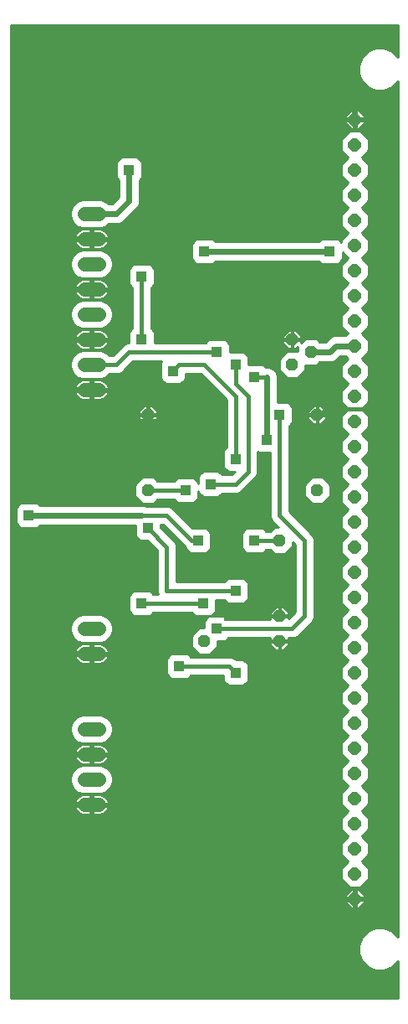
<source format=gbl>
G75*
%MOIN*%
%OFA0B0*%
%FSLAX24Y24*%
%IPPOS*%
%LPD*%
%AMOC8*
5,1,8,0,0,1.08239X$1,22.5*
%
%ADD10OC8,0.0477*%
%ADD11C,0.0557*%
%ADD12OC8,0.0517*%
%ADD13C,0.0240*%
%ADD14R,0.0425X0.0425*%
%ADD15C,0.0160*%
%ADD16C,0.0100*%
D10*
X008150Y014650D03*
X011150Y014650D03*
X011150Y015650D03*
X011150Y018650D03*
X012650Y020650D03*
X012650Y023650D03*
X011650Y025650D03*
X011650Y026650D03*
X012400Y026150D03*
X005900Y023650D03*
X005900Y020650D03*
D11*
X003929Y024650D02*
X003371Y024650D01*
X003371Y025650D02*
X003929Y025650D01*
X003929Y026650D02*
X003371Y026650D01*
X003371Y027650D02*
X003929Y027650D01*
X003929Y028650D02*
X003371Y028650D01*
X003371Y029650D02*
X003929Y029650D01*
X003929Y030650D02*
X003371Y030650D01*
X003371Y031650D02*
X003929Y031650D01*
X003929Y015150D02*
X003371Y015150D01*
X003371Y014150D02*
X003929Y014150D01*
X003929Y011150D02*
X003371Y011150D01*
X003371Y010150D02*
X003929Y010150D01*
X003929Y009150D02*
X003371Y009150D01*
X003371Y008150D02*
X003929Y008150D01*
D12*
X014150Y008400D03*
X014150Y009400D03*
X014150Y010400D03*
X014150Y011400D03*
X014150Y012400D03*
X014150Y013400D03*
X014150Y014400D03*
X014150Y015400D03*
X014150Y016400D03*
X014150Y017400D03*
X014150Y018400D03*
X014150Y019400D03*
X014150Y020400D03*
X014150Y021400D03*
X014150Y022400D03*
X014150Y023400D03*
X014150Y024400D03*
X014150Y025400D03*
X014150Y026400D03*
X014150Y027400D03*
X014150Y028400D03*
X014150Y029400D03*
X014150Y030400D03*
X014150Y031400D03*
X014150Y032400D03*
X014150Y033400D03*
X014150Y034400D03*
X014150Y035400D03*
X014150Y007400D03*
X014150Y006400D03*
X014150Y005400D03*
X014150Y004400D03*
D13*
X010900Y004400D01*
X001650Y004400D01*
X001650Y008150D01*
X003650Y008150D01*
X003650Y010150D02*
X001650Y010150D01*
X001650Y014150D01*
X001650Y016650D01*
X001650Y014150D02*
X003650Y014150D01*
X001650Y010150D02*
X001650Y008150D01*
X001150Y019650D02*
X005650Y019650D01*
X005900Y023400D02*
X001650Y023400D01*
X001650Y024650D01*
X001650Y026650D01*
X001650Y028650D01*
X003650Y028650D01*
X003650Y026650D02*
X001650Y026650D01*
X001650Y024650D02*
X003650Y024650D01*
X001650Y023400D02*
X001650Y021650D01*
X001650Y028650D02*
X001650Y030650D01*
X001650Y034150D01*
X002150Y034150D01*
X001650Y034150D02*
X001650Y036150D01*
X002150Y036150D01*
X001650Y036150D02*
X001650Y038650D01*
X014150Y038650D01*
X014150Y035400D01*
X013150Y030150D02*
X008150Y030150D01*
X010650Y025150D02*
X010650Y022650D01*
X012400Y026150D02*
X013150Y026150D01*
X013400Y026400D01*
X014150Y026400D01*
X008150Y023400D02*
X005900Y023400D01*
X003650Y030650D02*
X001650Y030650D01*
X003650Y031650D02*
X004650Y031650D01*
X005150Y032150D01*
X005150Y033400D01*
D14*
X005150Y033400D03*
X005650Y029150D03*
X005650Y026650D03*
X006900Y025400D03*
X008150Y023400D03*
X009400Y021900D03*
X008400Y020900D03*
X007400Y020650D03*
X007900Y018650D03*
X008100Y016150D03*
X008650Y015150D03*
X009150Y015650D03*
X009400Y016650D03*
X010150Y018650D03*
X010650Y022650D03*
X011150Y023650D03*
X010150Y025150D03*
X009400Y025650D03*
X008650Y026150D03*
X008150Y030150D03*
X013150Y030150D03*
X005900Y019150D03*
X005650Y016150D03*
X007150Y013650D03*
X009400Y013400D03*
X010900Y004400D03*
X001650Y016650D03*
X001150Y019650D03*
X001650Y021650D03*
X002150Y034150D03*
X002150Y036150D03*
D15*
X005650Y029150D02*
X005650Y026650D01*
X005150Y026150D02*
X004650Y025650D01*
X003650Y025650D01*
X005150Y026150D02*
X008650Y026150D01*
X008150Y025650D02*
X007150Y025650D01*
X006900Y025400D01*
X005900Y023650D02*
X005900Y023400D01*
X005900Y020650D02*
X007400Y020650D01*
X006650Y019650D02*
X005650Y019650D01*
X005900Y019150D02*
X006650Y018400D01*
X006650Y016650D01*
X009400Y016650D01*
X009150Y015650D02*
X011150Y015650D01*
X011650Y015150D02*
X012150Y015650D01*
X012150Y018650D01*
X011150Y019650D01*
X011150Y023650D01*
X010650Y025150D02*
X010150Y025150D01*
X009900Y024400D02*
X009400Y024900D01*
X009400Y025650D01*
X009400Y024400D02*
X008150Y025650D01*
X009400Y024400D02*
X009400Y021900D01*
X009900Y021400D02*
X009400Y020900D01*
X008400Y020900D01*
X006650Y019650D02*
X007650Y018650D01*
X007900Y018650D01*
X008100Y016150D02*
X005650Y016150D01*
X007150Y013650D02*
X009150Y013650D01*
X009400Y013400D01*
X008650Y015150D02*
X011650Y015150D01*
X011150Y018650D02*
X010150Y018650D01*
X009900Y021400D02*
X009900Y024400D01*
X012650Y023650D02*
X013150Y023900D01*
X014900Y023900D01*
X015150Y024150D01*
X015150Y035150D01*
X014900Y035400D01*
X014150Y035400D01*
D16*
X000440Y039150D02*
X000440Y000440D01*
X015852Y000440D01*
X015852Y001914D01*
X015626Y001688D01*
X015317Y001560D01*
X014983Y001560D01*
X014674Y001688D01*
X014438Y001924D01*
X014310Y002233D01*
X014310Y002567D01*
X014438Y002876D01*
X014674Y003112D01*
X014983Y003240D01*
X015317Y003240D01*
X015626Y003112D01*
X015852Y002886D01*
X015852Y036914D01*
X015626Y036688D01*
X015317Y036560D01*
X014983Y036560D01*
X014674Y036688D01*
X014438Y036924D01*
X014310Y037233D01*
X014310Y037567D01*
X014438Y037876D01*
X014674Y038112D01*
X014983Y038240D01*
X015317Y038240D01*
X015626Y038112D01*
X015852Y037886D01*
X015852Y039150D01*
X000440Y039150D01*
X000440Y039058D02*
X015852Y039058D01*
X015852Y038959D02*
X000440Y038959D01*
X000440Y038861D02*
X015852Y038861D01*
X015852Y038762D02*
X000440Y038762D01*
X000440Y038664D02*
X015852Y038664D01*
X015852Y038565D02*
X000440Y038565D01*
X000440Y038467D02*
X015852Y038467D01*
X015852Y038368D02*
X000440Y038368D01*
X000440Y038270D02*
X015852Y038270D01*
X015852Y038171D02*
X015483Y038171D01*
X015665Y038073D02*
X015852Y038073D01*
X015852Y037974D02*
X015764Y037974D01*
X015829Y036891D02*
X015852Y036891D01*
X015852Y036792D02*
X015730Y036792D01*
X015632Y036694D02*
X015852Y036694D01*
X015852Y036595D02*
X015402Y036595D01*
X014898Y036595D02*
X000440Y036595D01*
X000440Y036497D02*
X015852Y036497D01*
X015852Y036398D02*
X000440Y036398D01*
X000440Y036300D02*
X015852Y036300D01*
X015852Y036201D02*
X000440Y036201D01*
X000440Y036103D02*
X015852Y036103D01*
X015852Y036004D02*
X000440Y036004D01*
X000440Y035906D02*
X015852Y035906D01*
X015852Y035807D02*
X000440Y035807D01*
X000440Y035709D02*
X013911Y035709D01*
X013990Y035787D02*
X013763Y035560D01*
X013763Y035440D01*
X014110Y035440D01*
X014110Y035787D01*
X013990Y035787D01*
X014110Y035709D02*
X014190Y035709D01*
X014190Y035787D02*
X014190Y035440D01*
X014537Y035440D01*
X014537Y035560D01*
X014310Y035787D01*
X014190Y035787D01*
X014190Y035610D02*
X014110Y035610D01*
X014110Y035512D02*
X014190Y035512D01*
X014190Y035440D02*
X014110Y035440D01*
X014110Y035360D01*
X014190Y035360D01*
X014190Y035440D01*
X014190Y035413D02*
X015852Y035413D01*
X015852Y035315D02*
X014537Y035315D01*
X014537Y035360D02*
X014537Y035240D01*
X014310Y035013D01*
X014190Y035013D01*
X014190Y035360D01*
X014537Y035360D01*
X014514Y035216D02*
X015852Y035216D01*
X015852Y035118D02*
X014416Y035118D01*
X014317Y035019D02*
X015852Y035019D01*
X015852Y034921D02*
X014405Y034921D01*
X014377Y034949D02*
X013923Y034949D01*
X013601Y034627D01*
X013601Y034173D01*
X013874Y033900D01*
X013601Y033627D01*
X013601Y033173D01*
X013874Y032900D01*
X013601Y032627D01*
X013601Y032173D01*
X013874Y031900D01*
X013601Y031627D01*
X013601Y031173D01*
X013874Y030900D01*
X013601Y030627D01*
X013601Y030534D01*
X013527Y030608D01*
X013420Y030653D01*
X012880Y030653D01*
X012773Y030608D01*
X012725Y030560D01*
X008575Y030560D01*
X008527Y030608D01*
X008420Y030653D01*
X007880Y030653D01*
X007773Y030608D01*
X007692Y030527D01*
X007647Y030420D01*
X007647Y029880D01*
X007692Y029773D01*
X007773Y029692D01*
X007880Y029647D01*
X008420Y029647D01*
X008527Y029692D01*
X008575Y029740D01*
X012725Y029740D01*
X012773Y029692D01*
X012880Y029647D01*
X013420Y029647D01*
X013527Y029692D01*
X013608Y029773D01*
X013653Y029880D01*
X013653Y030121D01*
X013874Y029900D01*
X013601Y029627D01*
X013601Y029173D01*
X013874Y028900D01*
X013601Y028627D01*
X013601Y028173D01*
X013874Y027900D01*
X013601Y027627D01*
X013601Y027173D01*
X013874Y026900D01*
X013784Y026810D01*
X013318Y026810D01*
X013168Y026748D01*
X012980Y026560D01*
X012738Y026560D01*
X012619Y026679D01*
X012181Y026679D01*
X012017Y026515D01*
X012017Y026620D01*
X011680Y026620D01*
X011680Y026680D01*
X011620Y026680D01*
X011620Y027017D01*
X011498Y027017D01*
X011283Y026802D01*
X011283Y026680D01*
X011620Y026680D01*
X011620Y026620D01*
X011283Y026620D01*
X011283Y026498D01*
X011498Y026283D01*
X011620Y026283D01*
X011620Y026620D01*
X011680Y026620D01*
X011680Y026283D01*
X011802Y026283D01*
X011871Y026352D01*
X011871Y026176D01*
X011869Y026179D01*
X011431Y026179D01*
X011121Y025869D01*
X011121Y025431D01*
X011431Y025121D01*
X011869Y025121D01*
X012179Y025431D01*
X012179Y025624D01*
X012181Y025621D01*
X012619Y025621D01*
X012738Y025740D01*
X013232Y025740D01*
X013382Y025802D01*
X013498Y025918D01*
X013570Y025990D01*
X013784Y025990D01*
X013874Y025900D01*
X013601Y025627D01*
X013601Y025173D01*
X013874Y024900D01*
X013601Y024627D01*
X013601Y024173D01*
X013874Y023900D01*
X013601Y023627D01*
X013601Y023173D01*
X013874Y022900D01*
X013601Y022627D01*
X013601Y022173D01*
X013874Y021900D01*
X013601Y021627D01*
X013601Y021173D01*
X013874Y020900D01*
X013601Y020627D01*
X013601Y020173D01*
X013874Y019900D01*
X013601Y019627D01*
X013601Y019173D01*
X013874Y018900D01*
X013601Y018627D01*
X013601Y018173D01*
X013874Y017900D01*
X013601Y017627D01*
X013601Y017173D01*
X013874Y016900D01*
X013601Y016627D01*
X013601Y016173D01*
X013874Y015900D01*
X013601Y015627D01*
X013601Y015173D01*
X013874Y014900D01*
X013601Y014627D01*
X013601Y014173D01*
X013874Y013900D01*
X013601Y013627D01*
X013601Y013173D01*
X013874Y012900D01*
X013601Y012627D01*
X013601Y012173D01*
X013874Y011900D01*
X013601Y011627D01*
X013601Y011173D01*
X013874Y010900D01*
X013601Y010627D01*
X013601Y010173D01*
X013874Y009900D01*
X013601Y009627D01*
X013601Y009173D01*
X013874Y008900D01*
X013601Y008627D01*
X013601Y008173D01*
X013874Y007900D01*
X013601Y007627D01*
X013601Y007173D01*
X013874Y006900D01*
X013601Y006627D01*
X013601Y006173D01*
X013874Y005900D01*
X013601Y005627D01*
X013601Y005173D01*
X013923Y004851D01*
X014377Y004851D01*
X014699Y005173D01*
X014699Y005627D01*
X014426Y005900D01*
X014699Y006173D01*
X014699Y006627D01*
X014426Y006900D01*
X014699Y007173D01*
X014699Y007627D01*
X014426Y007900D01*
X014699Y008173D01*
X014699Y008627D01*
X014426Y008900D01*
X014699Y009173D01*
X014699Y009627D01*
X014426Y009900D01*
X014699Y010173D01*
X014699Y010627D01*
X014426Y010900D01*
X014699Y011173D01*
X014699Y011627D01*
X014426Y011900D01*
X014699Y012173D01*
X014699Y012627D01*
X014426Y012900D01*
X014699Y013173D01*
X014699Y013627D01*
X014426Y013900D01*
X014699Y014173D01*
X014699Y014627D01*
X014426Y014900D01*
X014699Y015173D01*
X014699Y015627D01*
X014426Y015900D01*
X014699Y016173D01*
X014699Y016627D01*
X014426Y016900D01*
X014699Y017173D01*
X014699Y017627D01*
X014426Y017900D01*
X014699Y018173D01*
X014699Y018627D01*
X014426Y018900D01*
X014699Y019173D01*
X014699Y019627D01*
X014426Y019900D01*
X014699Y020173D01*
X014699Y020627D01*
X014426Y020900D01*
X014699Y021173D01*
X014699Y021627D01*
X014426Y021900D01*
X014699Y022173D01*
X014699Y022627D01*
X014426Y022900D01*
X014699Y023173D01*
X014699Y023627D01*
X014426Y023900D01*
X014699Y024173D01*
X014699Y024627D01*
X014426Y024900D01*
X014699Y025173D01*
X014699Y025627D01*
X014426Y025900D01*
X014699Y026173D01*
X014699Y026627D01*
X014426Y026900D01*
X014699Y027173D01*
X014699Y027627D01*
X014426Y027900D01*
X014699Y028173D01*
X014699Y028627D01*
X014426Y028900D01*
X014699Y029173D01*
X014699Y029627D01*
X014426Y029900D01*
X014699Y030173D01*
X014699Y030627D01*
X014426Y030900D01*
X014699Y031173D01*
X014699Y031627D01*
X014426Y031900D01*
X014699Y032173D01*
X014699Y032627D01*
X014426Y032900D01*
X014699Y033173D01*
X014699Y033627D01*
X014426Y033900D01*
X014699Y034173D01*
X014699Y034627D01*
X014377Y034949D01*
X014504Y034822D02*
X015852Y034822D01*
X015852Y034724D02*
X014602Y034724D01*
X014699Y034625D02*
X015852Y034625D01*
X015852Y034527D02*
X014699Y034527D01*
X014699Y034428D02*
X015852Y034428D01*
X015852Y034330D02*
X014699Y034330D01*
X014699Y034231D02*
X015852Y034231D01*
X015852Y034133D02*
X014659Y034133D01*
X014560Y034034D02*
X015852Y034034D01*
X015852Y033936D02*
X014462Y033936D01*
X014489Y033837D02*
X015852Y033837D01*
X015852Y033739D02*
X014587Y033739D01*
X014686Y033640D02*
X015852Y033640D01*
X015852Y033542D02*
X014699Y033542D01*
X014699Y033443D02*
X015852Y033443D01*
X015852Y033345D02*
X014699Y033345D01*
X014699Y033246D02*
X015852Y033246D01*
X015852Y033148D02*
X014674Y033148D01*
X014575Y033049D02*
X015852Y033049D01*
X015852Y032951D02*
X014477Y032951D01*
X014474Y032852D02*
X015852Y032852D01*
X015852Y032754D02*
X014572Y032754D01*
X014671Y032655D02*
X015852Y032655D01*
X015852Y032557D02*
X014699Y032557D01*
X014699Y032458D02*
X015852Y032458D01*
X015852Y032360D02*
X014699Y032360D01*
X014699Y032261D02*
X015852Y032261D01*
X015852Y032163D02*
X014689Y032163D01*
X014590Y032064D02*
X015852Y032064D01*
X015852Y031966D02*
X014492Y031966D01*
X014459Y031867D02*
X015852Y031867D01*
X015852Y031769D02*
X014557Y031769D01*
X014656Y031670D02*
X015852Y031670D01*
X015852Y031572D02*
X014699Y031572D01*
X014699Y031473D02*
X015852Y031473D01*
X015852Y031375D02*
X014699Y031375D01*
X014699Y031276D02*
X015852Y031276D01*
X015852Y031178D02*
X014699Y031178D01*
X014605Y031079D02*
X015852Y031079D01*
X015852Y030981D02*
X014507Y030981D01*
X014444Y030882D02*
X015852Y030882D01*
X015852Y030784D02*
X014542Y030784D01*
X014641Y030685D02*
X015852Y030685D01*
X015852Y030587D02*
X014699Y030587D01*
X014699Y030488D02*
X015852Y030488D01*
X015852Y030390D02*
X014699Y030390D01*
X014699Y030291D02*
X015852Y030291D01*
X015852Y030193D02*
X014699Y030193D01*
X014620Y030094D02*
X015852Y030094D01*
X015852Y029996D02*
X014522Y029996D01*
X014429Y029897D02*
X015852Y029897D01*
X015852Y029799D02*
X014527Y029799D01*
X014626Y029700D02*
X015852Y029700D01*
X015852Y029602D02*
X014699Y029602D01*
X014699Y029503D02*
X015852Y029503D01*
X015852Y029405D02*
X014699Y029405D01*
X014699Y029306D02*
X015852Y029306D01*
X015852Y029208D02*
X014699Y029208D01*
X014635Y029109D02*
X015852Y029109D01*
X015852Y029011D02*
X014537Y029011D01*
X014438Y028912D02*
X015852Y028912D01*
X015852Y028814D02*
X014512Y028814D01*
X014611Y028715D02*
X015852Y028715D01*
X015852Y028617D02*
X014699Y028617D01*
X014699Y028518D02*
X015852Y028518D01*
X015852Y028420D02*
X014699Y028420D01*
X014699Y028321D02*
X015852Y028321D01*
X015852Y028223D02*
X014699Y028223D01*
X014650Y028124D02*
X015852Y028124D01*
X015852Y028026D02*
X014552Y028026D01*
X014453Y027927D02*
X015852Y027927D01*
X015852Y027829D02*
X014497Y027829D01*
X014596Y027730D02*
X015852Y027730D01*
X015852Y027632D02*
X014694Y027632D01*
X014699Y027533D02*
X015852Y027533D01*
X015852Y027435D02*
X014699Y027435D01*
X014699Y027336D02*
X015852Y027336D01*
X015852Y027238D02*
X014699Y027238D01*
X014665Y027139D02*
X015852Y027139D01*
X015852Y027041D02*
X014567Y027041D01*
X014468Y026942D02*
X015852Y026942D01*
X015852Y026844D02*
X014482Y026844D01*
X014581Y026745D02*
X015852Y026745D01*
X015852Y026647D02*
X014679Y026647D01*
X014699Y026548D02*
X015852Y026548D01*
X015852Y026450D02*
X014699Y026450D01*
X014699Y026351D02*
X015852Y026351D01*
X015852Y026253D02*
X014699Y026253D01*
X014680Y026154D02*
X015852Y026154D01*
X015852Y026056D02*
X014582Y026056D01*
X014483Y025957D02*
X015852Y025957D01*
X015852Y025859D02*
X014467Y025859D01*
X014566Y025760D02*
X015852Y025760D01*
X015852Y025662D02*
X014664Y025662D01*
X014699Y025563D02*
X015852Y025563D01*
X015852Y025465D02*
X014699Y025465D01*
X014699Y025366D02*
X015852Y025366D01*
X015852Y025268D02*
X014699Y025268D01*
X014695Y025169D02*
X015852Y025169D01*
X015852Y025071D02*
X014597Y025071D01*
X014498Y024972D02*
X015852Y024972D01*
X015852Y024874D02*
X014452Y024874D01*
X014551Y024775D02*
X015852Y024775D01*
X015852Y024677D02*
X014649Y024677D01*
X014699Y024578D02*
X015852Y024578D01*
X015852Y024480D02*
X014699Y024480D01*
X014699Y024381D02*
X015852Y024381D01*
X015852Y024283D02*
X014699Y024283D01*
X014699Y024184D02*
X015852Y024184D01*
X015852Y024086D02*
X014612Y024086D01*
X014513Y023987D02*
X015852Y023987D01*
X015852Y023889D02*
X014437Y023889D01*
X014536Y023790D02*
X015852Y023790D01*
X015852Y023692D02*
X014634Y023692D01*
X014699Y023593D02*
X015852Y023593D01*
X015852Y023495D02*
X014699Y023495D01*
X014699Y023396D02*
X015852Y023396D01*
X015852Y023298D02*
X014699Y023298D01*
X014699Y023199D02*
X015852Y023199D01*
X015852Y023101D02*
X014627Y023101D01*
X014528Y023002D02*
X015852Y023002D01*
X015852Y022904D02*
X014430Y022904D01*
X014521Y022805D02*
X015852Y022805D01*
X015852Y022707D02*
X014619Y022707D01*
X014699Y022608D02*
X015852Y022608D01*
X015852Y022510D02*
X014699Y022510D01*
X014699Y022411D02*
X015852Y022411D01*
X015852Y022313D02*
X014699Y022313D01*
X014699Y022214D02*
X015852Y022214D01*
X015852Y022116D02*
X014642Y022116D01*
X014543Y022017D02*
X015852Y022017D01*
X015852Y021919D02*
X014445Y021919D01*
X014506Y021820D02*
X015852Y021820D01*
X015852Y021722D02*
X014604Y021722D01*
X014699Y021623D02*
X015852Y021623D01*
X015852Y021525D02*
X014699Y021525D01*
X014699Y021426D02*
X015852Y021426D01*
X015852Y021328D02*
X014699Y021328D01*
X014699Y021229D02*
X015852Y021229D01*
X015852Y021131D02*
X014657Y021131D01*
X014558Y021032D02*
X015852Y021032D01*
X015852Y020934D02*
X014460Y020934D01*
X014491Y020835D02*
X015852Y020835D01*
X015852Y020737D02*
X014589Y020737D01*
X014688Y020638D02*
X015852Y020638D01*
X015852Y020540D02*
X014699Y020540D01*
X014699Y020441D02*
X015852Y020441D01*
X015852Y020343D02*
X014699Y020343D01*
X014699Y020244D02*
X015852Y020244D01*
X015852Y020146D02*
X014672Y020146D01*
X014573Y020047D02*
X015852Y020047D01*
X015852Y019949D02*
X014475Y019949D01*
X014476Y019850D02*
X015852Y019850D01*
X015852Y019752D02*
X014574Y019752D01*
X014673Y019653D02*
X015852Y019653D01*
X015852Y019555D02*
X014699Y019555D01*
X014699Y019456D02*
X015852Y019456D01*
X015852Y019358D02*
X014699Y019358D01*
X014699Y019259D02*
X015852Y019259D01*
X015852Y019161D02*
X014687Y019161D01*
X014588Y019062D02*
X015852Y019062D01*
X015852Y018964D02*
X014490Y018964D01*
X014461Y018865D02*
X015852Y018865D01*
X015852Y018767D02*
X014559Y018767D01*
X014658Y018668D02*
X015852Y018668D01*
X015852Y018570D02*
X014699Y018570D01*
X014699Y018471D02*
X015852Y018471D01*
X015852Y018373D02*
X014699Y018373D01*
X014699Y018274D02*
X015852Y018274D01*
X015852Y018176D02*
X014699Y018176D01*
X014603Y018077D02*
X015852Y018077D01*
X015852Y017979D02*
X014505Y017979D01*
X014446Y017880D02*
X015852Y017880D01*
X015852Y017782D02*
X014544Y017782D01*
X014643Y017683D02*
X015852Y017683D01*
X015852Y017585D02*
X014699Y017585D01*
X014699Y017486D02*
X015852Y017486D01*
X015852Y017388D02*
X014699Y017388D01*
X014699Y017289D02*
X015852Y017289D01*
X015852Y017191D02*
X014699Y017191D01*
X014618Y017092D02*
X015852Y017092D01*
X015852Y016994D02*
X014520Y016994D01*
X014431Y016895D02*
X015852Y016895D01*
X015852Y016797D02*
X014529Y016797D01*
X014628Y016698D02*
X015852Y016698D01*
X015852Y016600D02*
X014699Y016600D01*
X014699Y016501D02*
X015852Y016501D01*
X015852Y016403D02*
X014699Y016403D01*
X014699Y016304D02*
X015852Y016304D01*
X015852Y016206D02*
X014699Y016206D01*
X014633Y016107D02*
X015852Y016107D01*
X015852Y016009D02*
X014535Y016009D01*
X014436Y015910D02*
X015852Y015910D01*
X015852Y015812D02*
X014514Y015812D01*
X014613Y015713D02*
X015852Y015713D01*
X015852Y015615D02*
X014699Y015615D01*
X014699Y015516D02*
X015852Y015516D01*
X015852Y015418D02*
X014699Y015418D01*
X014699Y015319D02*
X015852Y015319D01*
X015852Y015221D02*
X014699Y015221D01*
X014648Y015122D02*
X015852Y015122D01*
X015852Y015024D02*
X014550Y015024D01*
X014451Y014925D02*
X015852Y014925D01*
X015852Y014827D02*
X014499Y014827D01*
X014598Y014728D02*
X015852Y014728D01*
X015852Y014630D02*
X014696Y014630D01*
X014699Y014531D02*
X015852Y014531D01*
X015852Y014433D02*
X014699Y014433D01*
X014699Y014334D02*
X015852Y014334D01*
X015852Y014236D02*
X014699Y014236D01*
X014663Y014137D02*
X015852Y014137D01*
X015852Y014039D02*
X014565Y014039D01*
X014466Y013940D02*
X015852Y013940D01*
X015852Y013842D02*
X014484Y013842D01*
X014583Y013743D02*
X015852Y013743D01*
X015852Y013645D02*
X014681Y013645D01*
X014699Y013546D02*
X015852Y013546D01*
X015852Y013448D02*
X014699Y013448D01*
X014699Y013349D02*
X015852Y013349D01*
X015852Y013251D02*
X014699Y013251D01*
X014678Y013152D02*
X015852Y013152D01*
X015852Y013054D02*
X014580Y013054D01*
X014481Y012955D02*
X015852Y012955D01*
X015852Y012857D02*
X014470Y012857D01*
X014568Y012758D02*
X015852Y012758D01*
X015852Y012660D02*
X014667Y012660D01*
X014699Y012561D02*
X015852Y012561D01*
X015852Y012463D02*
X014699Y012463D01*
X014699Y012364D02*
X015852Y012364D01*
X015852Y012266D02*
X014699Y012266D01*
X014693Y012167D02*
X015852Y012167D01*
X015852Y012069D02*
X014595Y012069D01*
X014496Y011970D02*
X015852Y011970D01*
X015852Y011872D02*
X014455Y011872D01*
X014553Y011773D02*
X015852Y011773D01*
X015852Y011675D02*
X014652Y011675D01*
X014699Y011576D02*
X015852Y011576D01*
X015852Y011478D02*
X014699Y011478D01*
X014699Y011379D02*
X015852Y011379D01*
X015852Y011281D02*
X014699Y011281D01*
X014699Y011182D02*
X015852Y011182D01*
X015852Y011084D02*
X014610Y011084D01*
X014511Y010985D02*
X015852Y010985D01*
X015852Y010887D02*
X014440Y010887D01*
X014538Y010788D02*
X015852Y010788D01*
X015852Y010690D02*
X014637Y010690D01*
X014699Y010591D02*
X015852Y010591D01*
X015852Y010493D02*
X014699Y010493D01*
X014699Y010394D02*
X015852Y010394D01*
X015852Y010296D02*
X014699Y010296D01*
X014699Y010197D02*
X015852Y010197D01*
X015852Y010099D02*
X014625Y010099D01*
X014526Y010000D02*
X015852Y010000D01*
X015852Y009902D02*
X014428Y009902D01*
X014523Y009803D02*
X015852Y009803D01*
X015852Y009705D02*
X014622Y009705D01*
X014699Y009606D02*
X015852Y009606D01*
X015852Y009508D02*
X014699Y009508D01*
X014699Y009409D02*
X015852Y009409D01*
X015852Y009311D02*
X014699Y009311D01*
X014699Y009212D02*
X015852Y009212D01*
X015852Y009114D02*
X014640Y009114D01*
X014541Y009015D02*
X015852Y009015D01*
X015852Y008917D02*
X014443Y008917D01*
X014508Y008818D02*
X015852Y008818D01*
X015852Y008720D02*
X014607Y008720D01*
X014699Y008621D02*
X015852Y008621D01*
X015852Y008523D02*
X014699Y008523D01*
X014699Y008424D02*
X015852Y008424D01*
X015852Y008326D02*
X014699Y008326D01*
X014699Y008227D02*
X015852Y008227D01*
X015852Y008129D02*
X014655Y008129D01*
X014556Y008030D02*
X015852Y008030D01*
X015852Y007932D02*
X014458Y007932D01*
X014493Y007833D02*
X015852Y007833D01*
X015852Y007735D02*
X014592Y007735D01*
X014690Y007636D02*
X015852Y007636D01*
X015852Y007538D02*
X014699Y007538D01*
X014699Y007439D02*
X015852Y007439D01*
X015852Y007341D02*
X014699Y007341D01*
X014699Y007242D02*
X015852Y007242D01*
X015852Y007144D02*
X014670Y007144D01*
X014571Y007045D02*
X015852Y007045D01*
X015852Y006947D02*
X014473Y006947D01*
X014478Y006848D02*
X015852Y006848D01*
X015852Y006750D02*
X014577Y006750D01*
X014675Y006651D02*
X015852Y006651D01*
X015852Y006553D02*
X014699Y006553D01*
X014699Y006454D02*
X015852Y006454D01*
X015852Y006356D02*
X014699Y006356D01*
X014699Y006257D02*
X015852Y006257D01*
X015852Y006159D02*
X014685Y006159D01*
X014586Y006060D02*
X015852Y006060D01*
X015852Y005962D02*
X014488Y005962D01*
X014463Y005863D02*
X015852Y005863D01*
X015852Y005765D02*
X014562Y005765D01*
X014660Y005666D02*
X015852Y005666D01*
X015852Y005568D02*
X014699Y005568D01*
X014699Y005469D02*
X015852Y005469D01*
X015852Y005371D02*
X014699Y005371D01*
X014699Y005272D02*
X015852Y005272D01*
X015852Y005174D02*
X014699Y005174D01*
X014601Y005075D02*
X015852Y005075D01*
X015852Y004977D02*
X014503Y004977D01*
X014404Y004878D02*
X015852Y004878D01*
X015852Y004780D02*
X014318Y004780D01*
X014310Y004787D02*
X014190Y004787D01*
X014190Y004440D01*
X014537Y004440D01*
X014537Y004560D01*
X014310Y004787D01*
X014190Y004780D02*
X014110Y004780D01*
X014110Y004787D02*
X013990Y004787D01*
X013763Y004560D01*
X013763Y004440D01*
X014110Y004440D01*
X014110Y004787D01*
X014110Y004681D02*
X014190Y004681D01*
X014190Y004583D02*
X014110Y004583D01*
X014110Y004484D02*
X014190Y004484D01*
X014190Y004440D02*
X014110Y004440D01*
X014110Y004360D01*
X014190Y004360D01*
X014190Y004440D01*
X014190Y004386D02*
X015852Y004386D01*
X015852Y004484D02*
X014537Y004484D01*
X014515Y004583D02*
X015852Y004583D01*
X015852Y004681D02*
X014417Y004681D01*
X014537Y004360D02*
X014190Y004360D01*
X014190Y004013D01*
X014310Y004013D01*
X014537Y004240D01*
X014537Y004360D01*
X014537Y004287D02*
X015852Y004287D01*
X015852Y004189D02*
X014486Y004189D01*
X014388Y004090D02*
X015852Y004090D01*
X015852Y003992D02*
X000440Y003992D01*
X000440Y004090D02*
X013912Y004090D01*
X013990Y004013D02*
X014110Y004013D01*
X014110Y004360D01*
X013763Y004360D01*
X013763Y004240D01*
X013990Y004013D01*
X014110Y004090D02*
X014190Y004090D01*
X014190Y004189D02*
X014110Y004189D01*
X014110Y004287D02*
X014190Y004287D01*
X014110Y004386D02*
X000440Y004386D01*
X000440Y004484D02*
X013763Y004484D01*
X013785Y004583D02*
X000440Y004583D01*
X000440Y004681D02*
X013883Y004681D01*
X013982Y004780D02*
X000440Y004780D01*
X000440Y004878D02*
X013896Y004878D01*
X013797Y004977D02*
X000440Y004977D01*
X000440Y005075D02*
X013699Y005075D01*
X013601Y005174D02*
X000440Y005174D01*
X000440Y005272D02*
X013601Y005272D01*
X013601Y005371D02*
X000440Y005371D01*
X000440Y005469D02*
X013601Y005469D01*
X013601Y005568D02*
X000440Y005568D01*
X000440Y005666D02*
X013640Y005666D01*
X013738Y005765D02*
X000440Y005765D01*
X000440Y005863D02*
X013837Y005863D01*
X013812Y005962D02*
X000440Y005962D01*
X000440Y006060D02*
X013714Y006060D01*
X013615Y006159D02*
X000440Y006159D01*
X000440Y006257D02*
X013601Y006257D01*
X013601Y006356D02*
X000440Y006356D01*
X000440Y006454D02*
X013601Y006454D01*
X013601Y006553D02*
X000440Y006553D01*
X000440Y006651D02*
X013625Y006651D01*
X013723Y006750D02*
X000440Y006750D01*
X000440Y006848D02*
X013822Y006848D01*
X013827Y006947D02*
X000440Y006947D01*
X000440Y007045D02*
X013729Y007045D01*
X013630Y007144D02*
X000440Y007144D01*
X000440Y007242D02*
X013601Y007242D01*
X013601Y007341D02*
X000440Y007341D01*
X000440Y007439D02*
X013601Y007439D01*
X013601Y007538D02*
X000440Y007538D01*
X000440Y007636D02*
X013610Y007636D01*
X013708Y007735D02*
X000440Y007735D01*
X000440Y007833D02*
X003114Y007833D01*
X003106Y007839D02*
X003158Y007801D01*
X003215Y007772D01*
X003276Y007753D01*
X003339Y007743D01*
X003600Y007743D01*
X003600Y008100D01*
X003700Y008100D01*
X003700Y008200D01*
X003600Y008200D01*
X003600Y008557D01*
X003339Y008557D01*
X003276Y008547D01*
X003215Y008528D01*
X003158Y008499D01*
X003106Y008461D01*
X003060Y008415D01*
X003023Y008364D01*
X002994Y008306D01*
X002974Y008245D01*
X002967Y008200D01*
X003600Y008200D01*
X003600Y008100D01*
X002967Y008100D01*
X002974Y008055D01*
X002994Y007994D01*
X003023Y007936D01*
X003060Y007885D01*
X003106Y007839D01*
X003026Y007932D02*
X000440Y007932D01*
X000440Y008030D02*
X002982Y008030D01*
X002971Y008227D02*
X000440Y008227D01*
X000440Y008129D02*
X003600Y008129D01*
X003600Y008227D02*
X003700Y008227D01*
X003700Y008200D02*
X003700Y008557D01*
X003961Y008557D01*
X004024Y008547D01*
X004085Y008528D01*
X004142Y008499D01*
X004194Y008461D01*
X004240Y008415D01*
X004277Y008364D01*
X004306Y008306D01*
X004326Y008245D01*
X004333Y008200D01*
X003700Y008200D01*
X003700Y008129D02*
X013645Y008129D01*
X013601Y008227D02*
X004329Y008227D01*
X004297Y008326D02*
X013601Y008326D01*
X013601Y008424D02*
X004231Y008424D01*
X004095Y008523D02*
X013601Y008523D01*
X013601Y008621D02*
X004138Y008621D01*
X004042Y008581D02*
X004251Y008668D01*
X004411Y008828D01*
X004497Y009037D01*
X004497Y009263D01*
X004411Y009472D01*
X004251Y009632D01*
X004042Y009719D01*
X003258Y009719D01*
X003049Y009632D01*
X002889Y009472D01*
X002803Y009263D01*
X002803Y009037D01*
X002889Y008828D01*
X003049Y008668D01*
X003258Y008581D01*
X004042Y008581D01*
X003700Y008523D02*
X003600Y008523D01*
X003600Y008424D02*
X003700Y008424D01*
X003700Y008326D02*
X003600Y008326D01*
X003700Y008100D02*
X004333Y008100D01*
X004326Y008055D01*
X004306Y007994D01*
X004277Y007936D01*
X004240Y007885D01*
X004194Y007839D01*
X004142Y007801D01*
X004085Y007772D01*
X004024Y007753D01*
X003961Y007743D01*
X003700Y007743D01*
X003700Y008100D01*
X003700Y008030D02*
X003600Y008030D01*
X003600Y007932D02*
X003700Y007932D01*
X003700Y007833D02*
X003600Y007833D01*
X003205Y008523D02*
X000440Y008523D01*
X000440Y008621D02*
X003162Y008621D01*
X002997Y008720D02*
X000440Y008720D01*
X000440Y008818D02*
X002899Y008818D01*
X002852Y008917D02*
X000440Y008917D01*
X000440Y009015D02*
X002812Y009015D01*
X002803Y009114D02*
X000440Y009114D01*
X000440Y009212D02*
X002803Y009212D01*
X002822Y009311D02*
X000440Y009311D01*
X000440Y009409D02*
X002863Y009409D01*
X002924Y009508D02*
X000440Y009508D01*
X000440Y009606D02*
X003023Y009606D01*
X003224Y009705D02*
X000440Y009705D01*
X000440Y009803D02*
X003156Y009803D01*
X003158Y009801D02*
X003215Y009772D01*
X003276Y009753D01*
X003339Y009743D01*
X003600Y009743D01*
X003600Y010100D01*
X003700Y010100D01*
X003700Y010200D01*
X003600Y010200D01*
X003600Y010557D01*
X003339Y010557D01*
X003276Y010547D01*
X003215Y010528D01*
X003158Y010499D01*
X003106Y010461D01*
X003060Y010415D01*
X003023Y010364D01*
X002994Y010306D01*
X002974Y010245D01*
X002967Y010200D01*
X003600Y010200D01*
X003600Y010100D01*
X002967Y010100D01*
X002974Y010055D01*
X002994Y009994D01*
X003023Y009936D01*
X003060Y009885D01*
X003106Y009839D01*
X003158Y009801D01*
X003048Y009902D02*
X000440Y009902D01*
X000440Y010000D02*
X002992Y010000D01*
X002967Y010099D02*
X000440Y010099D01*
X000440Y010197D02*
X003600Y010197D01*
X003600Y010099D02*
X003700Y010099D01*
X003700Y010100D02*
X003700Y009743D01*
X003961Y009743D01*
X004024Y009753D01*
X004085Y009772D01*
X004142Y009801D01*
X004194Y009839D01*
X004240Y009885D01*
X004277Y009936D01*
X004306Y009994D01*
X004326Y010055D01*
X004333Y010100D01*
X003700Y010100D01*
X003700Y010197D02*
X013601Y010197D01*
X013601Y010296D02*
X004310Y010296D01*
X004306Y010306D02*
X004277Y010364D01*
X004240Y010415D01*
X004194Y010461D01*
X004142Y010499D01*
X004085Y010528D01*
X004024Y010547D01*
X003961Y010557D01*
X003700Y010557D01*
X003700Y010200D01*
X004333Y010200D01*
X004326Y010245D01*
X004306Y010306D01*
X004255Y010394D02*
X013601Y010394D01*
X013601Y010493D02*
X004151Y010493D01*
X004065Y010591D02*
X013601Y010591D01*
X013663Y010690D02*
X004273Y010690D01*
X004251Y010668D02*
X004411Y010828D01*
X004497Y011037D01*
X004497Y011263D01*
X004411Y011472D01*
X004251Y011632D01*
X004042Y011719D01*
X003258Y011719D01*
X003049Y011632D01*
X002889Y011472D01*
X002803Y011263D01*
X002803Y011037D01*
X002889Y010828D01*
X003049Y010668D01*
X003258Y010581D01*
X004042Y010581D01*
X004251Y010668D01*
X004371Y010788D02*
X013762Y010788D01*
X013860Y010887D02*
X004435Y010887D01*
X004476Y010985D02*
X013789Y010985D01*
X013690Y011084D02*
X004497Y011084D01*
X004497Y011182D02*
X013601Y011182D01*
X013601Y011281D02*
X004490Y011281D01*
X004449Y011379D02*
X013601Y011379D01*
X013601Y011478D02*
X004406Y011478D01*
X004307Y011576D02*
X013601Y011576D01*
X013648Y011675D02*
X004149Y011675D01*
X003700Y010493D02*
X003600Y010493D01*
X003600Y010394D02*
X003700Y010394D01*
X003700Y010296D02*
X003600Y010296D01*
X003600Y010000D02*
X003700Y010000D01*
X003700Y009902D02*
X003600Y009902D01*
X003600Y009803D02*
X003700Y009803D01*
X004076Y009705D02*
X013678Y009705D01*
X013601Y009606D02*
X004277Y009606D01*
X004376Y009508D02*
X013601Y009508D01*
X013601Y009409D02*
X004437Y009409D01*
X004478Y009311D02*
X013601Y009311D01*
X013601Y009212D02*
X004497Y009212D01*
X004497Y009114D02*
X013660Y009114D01*
X013759Y009015D02*
X004488Y009015D01*
X004448Y008917D02*
X013857Y008917D01*
X013792Y008818D02*
X004401Y008818D01*
X004303Y008720D02*
X013693Y008720D01*
X013744Y008030D02*
X004318Y008030D01*
X004274Y007932D02*
X013842Y007932D01*
X013807Y007833D02*
X004186Y007833D01*
X004144Y009803D02*
X013777Y009803D01*
X013872Y009902D02*
X004252Y009902D01*
X004308Y010000D02*
X013774Y010000D01*
X013675Y010099D02*
X004333Y010099D01*
X003235Y010591D02*
X000440Y010591D01*
X000440Y010493D02*
X003149Y010493D01*
X003045Y010394D02*
X000440Y010394D01*
X000440Y010296D02*
X002990Y010296D01*
X003027Y010690D02*
X000440Y010690D01*
X000440Y010788D02*
X002929Y010788D01*
X002865Y010887D02*
X000440Y010887D01*
X000440Y010985D02*
X002824Y010985D01*
X002803Y011084D02*
X000440Y011084D01*
X000440Y011182D02*
X002803Y011182D01*
X002810Y011281D02*
X000440Y011281D01*
X000440Y011379D02*
X002851Y011379D01*
X002894Y011478D02*
X000440Y011478D01*
X000440Y011576D02*
X002993Y011576D01*
X003151Y011675D02*
X000440Y011675D01*
X000440Y011773D02*
X013747Y011773D01*
X013845Y011872D02*
X000440Y011872D01*
X000440Y011970D02*
X013804Y011970D01*
X013705Y012069D02*
X000440Y012069D01*
X000440Y012167D02*
X013607Y012167D01*
X013601Y012266D02*
X000440Y012266D01*
X000440Y012364D02*
X013601Y012364D01*
X013601Y012463D02*
X000440Y012463D01*
X000440Y012561D02*
X013601Y012561D01*
X013633Y012660D02*
X000440Y012660D01*
X000440Y012758D02*
X013732Y012758D01*
X013830Y012857D02*
X000440Y012857D01*
X000440Y012955D02*
X009010Y012955D01*
X009023Y012942D02*
X009130Y012897D01*
X009670Y012897D01*
X009777Y012942D01*
X009858Y013023D01*
X009903Y013130D01*
X009903Y013670D01*
X009858Y013777D01*
X009777Y013858D01*
X009670Y013903D01*
X009421Y013903D01*
X009360Y013964D01*
X009224Y014020D01*
X007611Y014020D01*
X007608Y014027D01*
X007527Y014108D01*
X007420Y014153D01*
X006880Y014153D01*
X006773Y014108D01*
X006692Y014027D01*
X006647Y013920D01*
X006647Y013380D01*
X006692Y013273D01*
X006773Y013192D01*
X006880Y013147D01*
X007420Y013147D01*
X007527Y013192D01*
X007608Y013273D01*
X007611Y013280D01*
X008897Y013280D01*
X008897Y013130D01*
X008942Y013023D01*
X009023Y012942D01*
X008929Y013054D02*
X000440Y013054D01*
X000440Y013152D02*
X006869Y013152D01*
X006714Y013251D02*
X000440Y013251D01*
X000440Y013349D02*
X006660Y013349D01*
X006647Y013448D02*
X000440Y013448D01*
X000440Y013546D02*
X006647Y013546D01*
X006647Y013645D02*
X000440Y013645D01*
X000440Y013743D02*
X003336Y013743D01*
X003339Y013743D02*
X003600Y013743D01*
X003700Y013743D01*
X003961Y013743D01*
X004024Y013753D01*
X004085Y013772D01*
X004142Y013801D01*
X004194Y013839D01*
X004240Y013885D01*
X004277Y013936D01*
X004306Y013994D01*
X004326Y014055D01*
X004333Y014100D01*
X003700Y014100D01*
X003700Y014200D01*
X003600Y014200D01*
X003600Y014557D01*
X003339Y014557D01*
X003276Y014547D01*
X003215Y014528D01*
X003158Y014499D01*
X003106Y014461D01*
X003060Y014415D01*
X003023Y014364D01*
X002994Y014306D01*
X002974Y014245D01*
X002967Y014200D01*
X003600Y014200D01*
X003600Y014100D01*
X003700Y014100D01*
X003700Y013743D01*
X003700Y013842D02*
X003600Y013842D01*
X003600Y013940D02*
X003700Y013940D01*
X003700Y014039D02*
X003600Y014039D01*
X003600Y014100D02*
X003600Y013743D01*
X003339Y013743D02*
X003276Y013753D01*
X003215Y013772D01*
X003158Y013801D01*
X003106Y013839D01*
X003060Y013885D01*
X003023Y013936D01*
X002994Y013994D01*
X002974Y014055D01*
X002967Y014100D01*
X003600Y014100D01*
X003600Y014137D02*
X000440Y014137D01*
X000440Y014039D02*
X002979Y014039D01*
X003021Y013940D02*
X000440Y013940D01*
X000440Y013842D02*
X003103Y013842D01*
X002972Y014236D02*
X000440Y014236D01*
X000440Y014334D02*
X003008Y014334D01*
X003078Y014433D02*
X000440Y014433D01*
X000440Y014531D02*
X003225Y014531D01*
X003258Y014581D02*
X003049Y014668D01*
X002889Y014828D01*
X002803Y015037D01*
X002803Y015263D01*
X002889Y015472D01*
X003049Y015632D01*
X003258Y015719D01*
X004042Y015719D01*
X004251Y015632D01*
X004411Y015472D01*
X004497Y015263D01*
X004497Y015037D01*
X004411Y014828D01*
X004251Y014668D01*
X004042Y014581D01*
X003258Y014581D01*
X003142Y014630D02*
X000440Y014630D01*
X000440Y014728D02*
X002989Y014728D01*
X002890Y014827D02*
X000440Y014827D01*
X000440Y014925D02*
X002849Y014925D01*
X002808Y015024D02*
X000440Y015024D01*
X000440Y015122D02*
X002803Y015122D01*
X002803Y015221D02*
X000440Y015221D01*
X000440Y015319D02*
X002826Y015319D01*
X002866Y015418D02*
X000440Y015418D01*
X000440Y015516D02*
X002933Y015516D01*
X003031Y015615D02*
X000440Y015615D01*
X000440Y015713D02*
X003244Y015713D01*
X003600Y014531D02*
X003700Y014531D01*
X003700Y014557D02*
X003700Y014200D01*
X004333Y014200D01*
X004326Y014245D01*
X004306Y014306D01*
X004277Y014364D01*
X004240Y014415D01*
X004194Y014461D01*
X004142Y014499D01*
X004085Y014528D01*
X004024Y014547D01*
X003961Y014557D01*
X003700Y014557D01*
X003700Y014433D02*
X003600Y014433D01*
X003600Y014334D02*
X003700Y014334D01*
X003700Y014236D02*
X003600Y014236D01*
X003700Y014137D02*
X006842Y014137D01*
X006703Y014039D02*
X004321Y014039D01*
X004279Y013940D02*
X006656Y013940D01*
X006647Y013842D02*
X004197Y013842D01*
X003964Y013743D02*
X006647Y013743D01*
X007458Y014137D02*
X007915Y014137D01*
X007931Y014121D02*
X008369Y014121D01*
X008679Y014431D01*
X008679Y014647D01*
X008920Y014647D01*
X009027Y014692D01*
X009108Y014773D01*
X009111Y014780D01*
X010783Y014780D01*
X010783Y014680D01*
X011120Y014680D01*
X011120Y014620D01*
X011180Y014620D01*
X011180Y014680D01*
X011517Y014680D01*
X011517Y014780D01*
X011724Y014780D01*
X011860Y014836D01*
X012360Y015336D01*
X012464Y015440D01*
X012520Y015576D01*
X012520Y018724D01*
X012464Y018860D01*
X011520Y019803D01*
X011520Y023189D01*
X011527Y023192D01*
X011608Y023273D01*
X011653Y023380D01*
X011653Y023920D01*
X011608Y024027D01*
X011527Y024108D01*
X011420Y024153D01*
X011060Y024153D01*
X011060Y025232D01*
X010998Y025382D01*
X010882Y025498D01*
X010732Y025560D01*
X010575Y025560D01*
X010527Y025608D01*
X010420Y025653D01*
X009903Y025653D01*
X009903Y025920D01*
X009858Y026027D01*
X009777Y026108D01*
X009670Y026153D01*
X009153Y026153D01*
X009153Y026420D01*
X009108Y026527D01*
X009027Y026608D01*
X008920Y026653D01*
X008380Y026653D01*
X008273Y026608D01*
X008192Y026527D01*
X008189Y026520D01*
X006153Y026520D01*
X006153Y026920D01*
X006108Y027027D01*
X006027Y027108D01*
X006020Y027111D01*
X006020Y028689D01*
X006027Y028692D01*
X006108Y028773D01*
X006153Y028880D01*
X006153Y029420D01*
X006108Y029527D01*
X006027Y029608D01*
X005920Y029653D01*
X005380Y029653D01*
X005273Y029608D01*
X005192Y029527D01*
X005147Y029420D01*
X005147Y028880D01*
X005192Y028773D01*
X005273Y028692D01*
X005280Y028689D01*
X005280Y027111D01*
X005273Y027108D01*
X005192Y027027D01*
X005147Y026920D01*
X005147Y026520D01*
X005076Y026520D01*
X004940Y026464D01*
X004497Y026020D01*
X004363Y026020D01*
X004251Y026132D01*
X004042Y026219D01*
X003258Y026219D01*
X003049Y026132D01*
X002889Y025972D01*
X002803Y025763D01*
X002803Y025537D01*
X002889Y025328D01*
X003049Y025168D01*
X003258Y025081D01*
X004042Y025081D01*
X004251Y025168D01*
X004363Y025280D01*
X004724Y025280D01*
X004860Y025336D01*
X004964Y025440D01*
X005303Y025780D01*
X006445Y025780D01*
X006442Y025777D01*
X006397Y025670D01*
X006397Y025130D01*
X006442Y025023D01*
X006523Y024942D01*
X006630Y024897D01*
X007170Y024897D01*
X007277Y024942D01*
X007358Y025023D01*
X007403Y025130D01*
X007403Y025280D01*
X007997Y025280D01*
X009030Y024247D01*
X009030Y022361D01*
X009023Y022358D01*
X008942Y022277D01*
X008897Y022170D01*
X008897Y021630D01*
X008942Y021523D01*
X009023Y021442D01*
X009130Y021397D01*
X009374Y021397D01*
X009247Y021270D01*
X008861Y021270D01*
X008858Y021277D01*
X008777Y021358D01*
X008670Y021403D01*
X008130Y021403D01*
X008023Y021358D01*
X007942Y021277D01*
X007897Y021170D01*
X007897Y020933D01*
X007858Y021027D01*
X007777Y021108D01*
X007670Y021153D01*
X007130Y021153D01*
X007023Y021108D01*
X006942Y021027D01*
X006939Y021020D01*
X006278Y021020D01*
X006119Y021179D01*
X005681Y021179D01*
X005371Y020869D01*
X005371Y020431D01*
X005681Y020121D01*
X006119Y020121D01*
X006278Y020280D01*
X006939Y020280D01*
X006942Y020273D01*
X007023Y020192D01*
X007130Y020147D01*
X007670Y020147D01*
X007777Y020192D01*
X007858Y020273D01*
X007903Y020380D01*
X007903Y020617D01*
X007942Y020523D01*
X008023Y020442D01*
X008130Y020397D01*
X008670Y020397D01*
X008777Y020442D01*
X008858Y020523D01*
X008861Y020530D01*
X009474Y020530D01*
X009610Y020586D01*
X010110Y021086D01*
X010214Y021190D01*
X010270Y021326D01*
X010270Y022195D01*
X010273Y022192D01*
X010380Y022147D01*
X010780Y022147D01*
X010780Y019576D01*
X010836Y019440D01*
X010940Y019336D01*
X011098Y019179D01*
X010931Y019179D01*
X010772Y019020D01*
X010611Y019020D01*
X010608Y019027D01*
X010527Y019108D01*
X010420Y019153D01*
X009880Y019153D01*
X009773Y019108D01*
X009692Y019027D01*
X009647Y018920D01*
X009647Y018380D01*
X009692Y018273D01*
X009773Y018192D01*
X009880Y018147D01*
X010420Y018147D01*
X010527Y018192D01*
X010608Y018273D01*
X010611Y018280D01*
X010772Y018280D01*
X010931Y018121D01*
X011369Y018121D01*
X011679Y018431D01*
X011679Y018598D01*
X011780Y018497D01*
X011780Y015803D01*
X011517Y015541D01*
X011517Y015620D01*
X011180Y015620D01*
X011180Y015680D01*
X011120Y015680D01*
X011120Y016017D01*
X010998Y016017D01*
X010783Y015802D01*
X010783Y015680D01*
X011120Y015680D01*
X011120Y015620D01*
X010783Y015620D01*
X010783Y015520D01*
X009111Y015520D01*
X009108Y015527D01*
X009027Y015608D01*
X008920Y015653D01*
X008383Y015653D01*
X008477Y015692D01*
X008558Y015773D01*
X008603Y015880D01*
X008603Y016280D01*
X008939Y016280D01*
X008942Y016273D01*
X009023Y016192D01*
X009130Y016147D01*
X009670Y016147D01*
X009777Y016192D01*
X009858Y016273D01*
X009903Y016380D01*
X009903Y016920D01*
X009858Y017027D01*
X009777Y017108D01*
X009670Y017153D01*
X009130Y017153D01*
X009023Y017108D01*
X008942Y017027D01*
X008939Y017020D01*
X007020Y017020D01*
X007020Y018474D01*
X006964Y018610D01*
X006403Y019171D01*
X006403Y019280D01*
X006497Y019280D01*
X007398Y018379D01*
X007442Y018273D01*
X007523Y018192D01*
X007630Y018147D01*
X008170Y018147D01*
X008277Y018192D01*
X008358Y018273D01*
X008403Y018380D01*
X008403Y018920D01*
X008358Y019027D01*
X008277Y019108D01*
X008170Y019153D01*
X007671Y019153D01*
X006964Y019860D01*
X006860Y019964D01*
X006724Y020020D01*
X005828Y020020D01*
X005732Y020060D01*
X001575Y020060D01*
X001527Y020108D01*
X001420Y020153D01*
X000880Y020153D01*
X000773Y020108D01*
X000692Y020027D01*
X000647Y019920D01*
X000647Y019380D01*
X000692Y019273D01*
X000773Y019192D01*
X000880Y019147D01*
X001420Y019147D01*
X001527Y019192D01*
X001575Y019240D01*
X005397Y019240D01*
X005397Y018880D01*
X005442Y018773D01*
X005523Y018692D01*
X005630Y018647D01*
X005879Y018647D01*
X006280Y018247D01*
X006280Y016576D01*
X006303Y016520D01*
X006111Y016520D01*
X006108Y016527D01*
X006027Y016608D01*
X005920Y016653D01*
X005380Y016653D01*
X005273Y016608D01*
X005192Y016527D01*
X005147Y016420D01*
X005147Y015880D01*
X005192Y015773D01*
X005273Y015692D01*
X005380Y015647D01*
X005920Y015647D01*
X006027Y015692D01*
X006108Y015773D01*
X006111Y015780D01*
X007639Y015780D01*
X007642Y015773D01*
X007723Y015692D01*
X007830Y015647D01*
X008367Y015647D01*
X008273Y015608D01*
X008192Y015527D01*
X008147Y015420D01*
X008147Y015179D01*
X007931Y015179D01*
X007621Y014869D01*
X007621Y014431D01*
X007931Y014121D01*
X007817Y014236D02*
X004328Y014236D01*
X004292Y014334D02*
X007718Y014334D01*
X007621Y014433D02*
X004222Y014433D01*
X004075Y014531D02*
X007621Y014531D01*
X007621Y014630D02*
X004158Y014630D01*
X004311Y014728D02*
X007621Y014728D01*
X007621Y014827D02*
X004410Y014827D01*
X004451Y014925D02*
X007677Y014925D01*
X007776Y015024D02*
X004492Y015024D01*
X004497Y015122D02*
X007874Y015122D01*
X007702Y015713D02*
X006048Y015713D01*
X006036Y016600D02*
X006280Y016600D01*
X006280Y016698D02*
X000440Y016698D01*
X000440Y016600D02*
X005264Y016600D01*
X005181Y016501D02*
X000440Y016501D01*
X000440Y016403D02*
X005147Y016403D01*
X005147Y016304D02*
X000440Y016304D01*
X000440Y016206D02*
X005147Y016206D01*
X005147Y016107D02*
X000440Y016107D01*
X000440Y016009D02*
X005147Y016009D01*
X005147Y015910D02*
X000440Y015910D01*
X000440Y015812D02*
X005176Y015812D01*
X005252Y015713D02*
X004056Y015713D01*
X004269Y015615D02*
X008288Y015615D01*
X008187Y015516D02*
X004367Y015516D01*
X004434Y015418D02*
X008147Y015418D01*
X008147Y015319D02*
X004474Y015319D01*
X004497Y015221D02*
X008147Y015221D01*
X008498Y015713D02*
X010783Y015713D01*
X010783Y015615D02*
X009012Y015615D01*
X009009Y016206D02*
X008603Y016206D01*
X008603Y016107D02*
X011780Y016107D01*
X011780Y016009D02*
X011311Y016009D01*
X011302Y016017D02*
X011180Y016017D01*
X011180Y015680D01*
X011517Y015680D01*
X011517Y015802D01*
X011302Y016017D01*
X011180Y016009D02*
X011120Y016009D01*
X011120Y015910D02*
X011180Y015910D01*
X011180Y015812D02*
X011120Y015812D01*
X011120Y015713D02*
X011180Y015713D01*
X010890Y015910D02*
X008603Y015910D01*
X008603Y016009D02*
X010989Y016009D01*
X010792Y015812D02*
X008574Y015812D01*
X009063Y014728D02*
X010783Y014728D01*
X010783Y014620D02*
X010783Y014498D01*
X010998Y014283D01*
X011120Y014283D01*
X011120Y014620D01*
X010783Y014620D01*
X010783Y014531D02*
X008679Y014531D01*
X008679Y014433D02*
X010848Y014433D01*
X010946Y014334D02*
X008582Y014334D01*
X008483Y014236D02*
X013601Y014236D01*
X013601Y014334D02*
X011354Y014334D01*
X011302Y014283D02*
X011180Y014283D01*
X011180Y014620D01*
X011517Y014620D01*
X011517Y014498D01*
X011302Y014283D01*
X011180Y014334D02*
X011120Y014334D01*
X011120Y014433D02*
X011180Y014433D01*
X011180Y014531D02*
X011120Y014531D01*
X011120Y014630D02*
X008679Y014630D01*
X008385Y014137D02*
X013637Y014137D01*
X013735Y014039D02*
X007597Y014039D01*
X007586Y013251D02*
X008897Y013251D01*
X008897Y013152D02*
X007431Y013152D01*
X006280Y016797D02*
X000440Y016797D01*
X000440Y016895D02*
X006280Y016895D01*
X006280Y016994D02*
X000440Y016994D01*
X000440Y017092D02*
X006280Y017092D01*
X006280Y017191D02*
X000440Y017191D01*
X000440Y017289D02*
X006280Y017289D01*
X006280Y017388D02*
X000440Y017388D01*
X000440Y017486D02*
X006280Y017486D01*
X006280Y017585D02*
X000440Y017585D01*
X000440Y017683D02*
X006280Y017683D01*
X006280Y017782D02*
X000440Y017782D01*
X000440Y017880D02*
X006280Y017880D01*
X006280Y017979D02*
X000440Y017979D01*
X000440Y018077D02*
X006280Y018077D01*
X006280Y018176D02*
X000440Y018176D01*
X000440Y018274D02*
X006253Y018274D01*
X006154Y018373D02*
X000440Y018373D01*
X000440Y018471D02*
X006056Y018471D01*
X005957Y018570D02*
X000440Y018570D01*
X000440Y018668D02*
X005580Y018668D01*
X005448Y018767D02*
X000440Y018767D01*
X000440Y018865D02*
X005403Y018865D01*
X005397Y018964D02*
X000440Y018964D01*
X000440Y019062D02*
X005397Y019062D01*
X005397Y019161D02*
X001452Y019161D01*
X001437Y020146D02*
X005657Y020146D01*
X005558Y020244D02*
X000440Y020244D01*
X000440Y020146D02*
X000863Y020146D01*
X000712Y020047D02*
X000440Y020047D01*
X000440Y019949D02*
X000659Y019949D01*
X000647Y019850D02*
X000440Y019850D01*
X000440Y019752D02*
X000647Y019752D01*
X000647Y019653D02*
X000440Y019653D01*
X000440Y019555D02*
X000647Y019555D01*
X000647Y019456D02*
X000440Y019456D01*
X000440Y019358D02*
X000657Y019358D01*
X000706Y019259D02*
X000440Y019259D01*
X000440Y019161D02*
X000848Y019161D01*
X000440Y020343D02*
X005460Y020343D01*
X005371Y020441D02*
X000440Y020441D01*
X000440Y020540D02*
X005371Y020540D01*
X005371Y020638D02*
X000440Y020638D01*
X000440Y020737D02*
X005371Y020737D01*
X005371Y020835D02*
X000440Y020835D01*
X000440Y020934D02*
X005436Y020934D01*
X005534Y021032D02*
X000440Y021032D01*
X000440Y021131D02*
X005633Y021131D01*
X006167Y021131D02*
X007076Y021131D01*
X006947Y021032D02*
X006266Y021032D01*
X006242Y020244D02*
X006971Y020244D01*
X006875Y019949D02*
X010780Y019949D01*
X010780Y020047D02*
X005763Y020047D01*
X006143Y020146D02*
X010780Y020146D01*
X010780Y020244D02*
X007829Y020244D01*
X007887Y020343D02*
X010780Y020343D01*
X010780Y020441D02*
X008776Y020441D01*
X008808Y021328D02*
X009304Y021328D01*
X009061Y021426D02*
X000440Y021426D01*
X000440Y021328D02*
X007992Y021328D01*
X007922Y021229D02*
X000440Y021229D01*
X000440Y021525D02*
X008941Y021525D01*
X008900Y021623D02*
X000440Y021623D01*
X000440Y021722D02*
X008897Y021722D01*
X008897Y021820D02*
X000440Y021820D01*
X000440Y021919D02*
X008897Y021919D01*
X008897Y022017D02*
X000440Y022017D01*
X000440Y022116D02*
X008897Y022116D01*
X008916Y022214D02*
X000440Y022214D01*
X000440Y022313D02*
X008977Y022313D01*
X009030Y022411D02*
X000440Y022411D01*
X000440Y022510D02*
X009030Y022510D01*
X009030Y022608D02*
X000440Y022608D01*
X000440Y022707D02*
X009030Y022707D01*
X009030Y022805D02*
X000440Y022805D01*
X000440Y022904D02*
X009030Y022904D01*
X009030Y023002D02*
X000440Y023002D01*
X000440Y023101D02*
X009030Y023101D01*
X009030Y023199D02*
X000440Y023199D01*
X000440Y023298D02*
X005733Y023298D01*
X005748Y023283D02*
X005533Y023498D01*
X005533Y023620D01*
X005870Y023620D01*
X005870Y023680D01*
X005870Y024017D01*
X005748Y024017D01*
X005533Y023802D01*
X005533Y023680D01*
X005870Y023680D01*
X005930Y023680D01*
X005930Y024017D01*
X006052Y024017D01*
X006267Y023802D01*
X006267Y023680D01*
X005930Y023680D01*
X005930Y023620D01*
X006267Y023620D01*
X006267Y023498D01*
X006052Y023283D01*
X005930Y023283D01*
X005930Y023620D01*
X005870Y023620D01*
X005870Y023283D01*
X005748Y023283D01*
X005870Y023298D02*
X005930Y023298D01*
X005930Y023396D02*
X005870Y023396D01*
X005870Y023495D02*
X005930Y023495D01*
X005930Y023593D02*
X005870Y023593D01*
X005870Y023692D02*
X005930Y023692D01*
X005930Y023790D02*
X005870Y023790D01*
X005870Y023889D02*
X005930Y023889D01*
X005930Y023987D02*
X005870Y023987D01*
X005717Y023987D02*
X000440Y023987D01*
X000440Y023889D02*
X005619Y023889D01*
X005533Y023790D02*
X000440Y023790D01*
X000440Y023692D02*
X005533Y023692D01*
X005533Y023593D02*
X000440Y023593D01*
X000440Y023495D02*
X005536Y023495D01*
X005634Y023396D02*
X000440Y023396D01*
X000440Y024086D02*
X009030Y024086D01*
X009030Y024184D02*
X000440Y024184D01*
X000440Y024283D02*
X003195Y024283D01*
X003215Y024272D02*
X003276Y024253D01*
X003339Y024243D01*
X003600Y024243D01*
X003600Y024600D01*
X003700Y024600D01*
X003700Y024700D01*
X003600Y024700D01*
X003600Y025057D01*
X003339Y025057D01*
X003276Y025047D01*
X003215Y025028D01*
X003158Y024999D01*
X003106Y024961D01*
X003060Y024915D01*
X003023Y024864D01*
X002994Y024806D01*
X002974Y024745D01*
X002967Y024700D01*
X003600Y024700D01*
X003600Y024600D01*
X002967Y024600D01*
X002974Y024555D01*
X002994Y024494D01*
X003023Y024436D01*
X003060Y024385D01*
X003106Y024339D01*
X003158Y024301D01*
X003215Y024272D01*
X003064Y024381D02*
X000440Y024381D01*
X000440Y024480D02*
X003001Y024480D01*
X002970Y024578D02*
X000440Y024578D01*
X000440Y024677D02*
X003600Y024677D01*
X003600Y024775D02*
X003700Y024775D01*
X003700Y024700D02*
X003700Y025057D01*
X003961Y025057D01*
X004024Y025047D01*
X004085Y025028D01*
X004142Y024999D01*
X004194Y024961D01*
X004240Y024915D01*
X004277Y024864D01*
X004306Y024806D01*
X004326Y024745D01*
X004333Y024700D01*
X003700Y024700D01*
X003700Y024677D02*
X008600Y024677D01*
X008502Y024775D02*
X004317Y024775D01*
X004270Y024874D02*
X008403Y024874D01*
X008305Y024972D02*
X007307Y024972D01*
X007378Y025071D02*
X008206Y025071D01*
X008108Y025169D02*
X007403Y025169D01*
X007403Y025268D02*
X008009Y025268D01*
X008213Y026548D02*
X006153Y026548D01*
X006153Y026647D02*
X008365Y026647D01*
X008935Y026647D02*
X011620Y026647D01*
X011680Y026647D02*
X012149Y026647D01*
X012017Y026680D02*
X012017Y026802D01*
X011802Y027017D01*
X011680Y027017D01*
X011680Y026680D01*
X012017Y026680D01*
X012017Y026745D02*
X013165Y026745D01*
X013067Y026647D02*
X012651Y026647D01*
X012050Y026548D02*
X012017Y026548D01*
X011871Y026351D02*
X011871Y026351D01*
X011871Y026253D02*
X009153Y026253D01*
X009153Y026351D02*
X011429Y026351D01*
X011331Y026450D02*
X009140Y026450D01*
X009087Y026548D02*
X011283Y026548D01*
X011283Y026745D02*
X006153Y026745D01*
X006153Y026844D02*
X011324Y026844D01*
X011422Y026942D02*
X006144Y026942D01*
X006095Y027041D02*
X013733Y027041D01*
X013635Y027139D02*
X006020Y027139D01*
X006020Y027238D02*
X013601Y027238D01*
X013601Y027336D02*
X006020Y027336D01*
X006020Y027435D02*
X013601Y027435D01*
X013601Y027533D02*
X006020Y027533D01*
X006020Y027632D02*
X013606Y027632D01*
X013704Y027730D02*
X006020Y027730D01*
X006020Y027829D02*
X013803Y027829D01*
X013847Y027927D02*
X006020Y027927D01*
X006020Y028026D02*
X013748Y028026D01*
X013650Y028124D02*
X006020Y028124D01*
X006020Y028223D02*
X013601Y028223D01*
X013601Y028321D02*
X006020Y028321D01*
X006020Y028420D02*
X013601Y028420D01*
X013601Y028518D02*
X006020Y028518D01*
X006020Y028617D02*
X013601Y028617D01*
X013689Y028715D02*
X006050Y028715D01*
X006125Y028814D02*
X013788Y028814D01*
X013862Y028912D02*
X006153Y028912D01*
X006153Y029011D02*
X013763Y029011D01*
X013665Y029109D02*
X006153Y029109D01*
X006153Y029208D02*
X013601Y029208D01*
X013601Y029306D02*
X006153Y029306D01*
X006153Y029405D02*
X013601Y029405D01*
X013601Y029503D02*
X006118Y029503D01*
X006034Y029602D02*
X013601Y029602D01*
X013535Y029700D02*
X013674Y029700D01*
X013619Y029799D02*
X013773Y029799D01*
X013871Y029897D02*
X013653Y029897D01*
X013653Y029996D02*
X013778Y029996D01*
X013680Y030094D02*
X013653Y030094D01*
X013601Y030587D02*
X013549Y030587D01*
X013659Y030685D02*
X003700Y030685D01*
X003700Y030700D02*
X004333Y030700D01*
X004326Y030745D01*
X004306Y030806D01*
X004277Y030864D01*
X004240Y030915D01*
X004194Y030961D01*
X004142Y030999D01*
X004085Y031028D01*
X004024Y031047D01*
X003961Y031057D01*
X003700Y031057D01*
X003700Y030700D01*
X003600Y030700D01*
X003600Y031057D01*
X003339Y031057D01*
X003276Y031047D01*
X003215Y031028D01*
X003158Y030999D01*
X003106Y030961D01*
X003060Y030915D01*
X003023Y030864D01*
X002994Y030806D01*
X002974Y030745D01*
X002967Y030700D01*
X003600Y030700D01*
X003600Y030600D01*
X003700Y030600D01*
X003700Y030700D01*
X003700Y030784D02*
X003600Y030784D01*
X003600Y030882D02*
X003700Y030882D01*
X003700Y030981D02*
X003600Y030981D01*
X003600Y030685D02*
X000440Y030685D01*
X000440Y030587D02*
X002969Y030587D01*
X002967Y030600D02*
X002974Y030555D01*
X002994Y030494D01*
X003023Y030436D01*
X003060Y030385D01*
X003106Y030339D01*
X003158Y030301D01*
X003215Y030272D01*
X003276Y030253D01*
X003339Y030243D01*
X003600Y030243D01*
X003600Y030600D01*
X002967Y030600D01*
X002996Y030488D02*
X000440Y030488D01*
X000440Y030390D02*
X003057Y030390D01*
X003178Y030291D02*
X000440Y030291D01*
X000440Y030193D02*
X003195Y030193D01*
X003258Y030219D02*
X003049Y030132D01*
X002889Y029972D01*
X002803Y029763D01*
X002803Y029537D01*
X002889Y029328D01*
X003049Y029168D01*
X003258Y029081D01*
X004042Y029081D01*
X004251Y029168D01*
X004411Y029328D01*
X004497Y029537D01*
X004497Y029763D01*
X004411Y029972D01*
X004251Y030132D01*
X004042Y030219D01*
X003258Y030219D01*
X003011Y030094D02*
X000440Y030094D01*
X000440Y029996D02*
X002913Y029996D01*
X002858Y029897D02*
X000440Y029897D01*
X000440Y029799D02*
X002817Y029799D01*
X002803Y029700D02*
X000440Y029700D01*
X000440Y029602D02*
X002803Y029602D01*
X002817Y029503D02*
X000440Y029503D01*
X000440Y029405D02*
X002857Y029405D01*
X002911Y029306D02*
X000440Y029306D01*
X000440Y029208D02*
X003009Y029208D01*
X003191Y029109D02*
X000440Y029109D01*
X000440Y029011D02*
X003181Y029011D01*
X003158Y028999D02*
X003106Y028961D01*
X003060Y028915D01*
X003023Y028864D01*
X002994Y028806D01*
X002974Y028745D01*
X002967Y028700D01*
X003600Y028700D01*
X003600Y029057D01*
X003339Y029057D01*
X003276Y029047D01*
X003215Y029028D01*
X003158Y028999D01*
X003058Y028912D02*
X000440Y028912D01*
X000440Y028814D02*
X002997Y028814D01*
X002969Y028715D02*
X000440Y028715D01*
X000440Y028617D02*
X003600Y028617D01*
X003600Y028600D02*
X002967Y028600D01*
X002974Y028555D01*
X002994Y028494D01*
X003023Y028436D01*
X003060Y028385D01*
X003106Y028339D01*
X003158Y028301D01*
X003215Y028272D01*
X003276Y028253D01*
X003339Y028243D01*
X003600Y028243D01*
X003600Y028600D01*
X003700Y028600D01*
X003700Y028700D01*
X003600Y028700D01*
X003600Y028600D01*
X003600Y028518D02*
X003700Y028518D01*
X003700Y028600D02*
X003700Y028243D01*
X003961Y028243D01*
X004024Y028253D01*
X004085Y028272D01*
X004142Y028301D01*
X004194Y028339D01*
X004240Y028385D01*
X004277Y028436D01*
X004306Y028494D01*
X004326Y028555D01*
X004333Y028600D01*
X003700Y028600D01*
X003700Y028617D02*
X005280Y028617D01*
X005280Y028518D02*
X004314Y028518D01*
X004265Y028420D02*
X005280Y028420D01*
X005280Y028321D02*
X004169Y028321D01*
X004042Y028219D02*
X004251Y028132D01*
X004411Y027972D01*
X004497Y027763D01*
X004497Y027537D01*
X004411Y027328D01*
X004251Y027168D01*
X004042Y027081D01*
X003258Y027081D01*
X003049Y027168D01*
X002889Y027328D01*
X002803Y027537D01*
X002803Y027763D01*
X002889Y027972D01*
X003049Y028132D01*
X003258Y028219D01*
X004042Y028219D01*
X003700Y028321D02*
X003600Y028321D01*
X003600Y028420D02*
X003700Y028420D01*
X003700Y028700D02*
X004333Y028700D01*
X004326Y028745D01*
X004306Y028806D01*
X004277Y028864D01*
X004240Y028915D01*
X004194Y028961D01*
X004142Y028999D01*
X004085Y029028D01*
X004024Y029047D01*
X003961Y029057D01*
X003700Y029057D01*
X003700Y028700D01*
X003700Y028715D02*
X003600Y028715D01*
X003600Y028814D02*
X003700Y028814D01*
X003700Y028912D02*
X003600Y028912D01*
X003600Y029011D02*
X003700Y029011D01*
X004119Y029011D02*
X005147Y029011D01*
X005147Y029109D02*
X004109Y029109D01*
X004291Y029208D02*
X005147Y029208D01*
X005147Y029306D02*
X004389Y029306D01*
X004443Y029405D02*
X005147Y029405D01*
X005182Y029503D02*
X004483Y029503D01*
X004497Y029602D02*
X005266Y029602D01*
X005147Y028912D02*
X004242Y028912D01*
X004303Y028814D02*
X005175Y028814D01*
X005250Y028715D02*
X004331Y028715D01*
X004259Y028124D02*
X005280Y028124D01*
X005280Y028026D02*
X004357Y028026D01*
X004430Y027927D02*
X005280Y027927D01*
X005280Y027829D02*
X004470Y027829D01*
X004497Y027730D02*
X005280Y027730D01*
X005280Y027632D02*
X004497Y027632D01*
X004496Y027533D02*
X005280Y027533D01*
X005280Y027435D02*
X004455Y027435D01*
X004414Y027336D02*
X005280Y027336D01*
X005280Y027238D02*
X004321Y027238D01*
X004181Y027139D02*
X005280Y027139D01*
X005205Y027041D02*
X004045Y027041D01*
X004024Y027047D02*
X003961Y027057D01*
X003700Y027057D01*
X003700Y026700D01*
X003600Y026700D01*
X003600Y027057D01*
X003339Y027057D01*
X003276Y027047D01*
X003215Y027028D01*
X003158Y026999D01*
X003106Y026961D01*
X003060Y026915D01*
X003023Y026864D01*
X002994Y026806D01*
X002974Y026745D01*
X000440Y026745D01*
X000440Y026647D02*
X003600Y026647D01*
X003600Y026600D02*
X002967Y026600D01*
X002974Y026555D01*
X002994Y026494D01*
X003023Y026436D01*
X003060Y026385D01*
X003106Y026339D01*
X003158Y026301D01*
X003215Y026272D01*
X003276Y026253D01*
X003339Y026243D01*
X003600Y026243D01*
X003600Y026600D01*
X003700Y026600D01*
X003700Y026700D01*
X004333Y026700D01*
X004326Y026745D01*
X005147Y026745D01*
X005147Y026647D02*
X003700Y026647D01*
X003700Y026600D02*
X004333Y026600D01*
X004326Y026555D01*
X004306Y026494D01*
X004277Y026436D01*
X004240Y026385D01*
X004194Y026339D01*
X004142Y026301D01*
X004085Y026272D01*
X004024Y026253D01*
X003961Y026243D01*
X003700Y026243D01*
X003700Y026600D01*
X003700Y026548D02*
X003600Y026548D01*
X003600Y026600D02*
X003600Y026700D01*
X002967Y026700D01*
X002974Y026745D01*
X003013Y026844D02*
X000440Y026844D01*
X000440Y026942D02*
X003087Y026942D01*
X003255Y027041D02*
X000440Y027041D01*
X000440Y027139D02*
X003119Y027139D01*
X002979Y027238D02*
X000440Y027238D01*
X000440Y027336D02*
X002886Y027336D01*
X002845Y027435D02*
X000440Y027435D01*
X000440Y027533D02*
X002804Y027533D01*
X002803Y027632D02*
X000440Y027632D01*
X000440Y027730D02*
X002803Y027730D01*
X002830Y027829D02*
X000440Y027829D01*
X000440Y027927D02*
X002870Y027927D01*
X002943Y028026D02*
X000440Y028026D01*
X000440Y028124D02*
X003041Y028124D01*
X003131Y028321D02*
X000440Y028321D01*
X000440Y028223D02*
X005280Y028223D01*
X005156Y026942D02*
X004213Y026942D01*
X004194Y026961D02*
X004142Y026999D01*
X004085Y027028D01*
X004024Y027047D01*
X004194Y026961D02*
X004240Y026915D01*
X004277Y026864D01*
X004306Y026806D01*
X004326Y026745D01*
X004287Y026844D02*
X005147Y026844D01*
X005147Y026548D02*
X004324Y026548D01*
X004284Y026450D02*
X004926Y026450D01*
X004828Y026351D02*
X004206Y026351D01*
X004198Y026154D02*
X004631Y026154D01*
X004729Y026253D02*
X004024Y026253D01*
X003700Y026253D02*
X003600Y026253D01*
X003600Y026351D02*
X003700Y026351D01*
X003700Y026450D02*
X003600Y026450D01*
X003600Y026745D02*
X003700Y026745D01*
X003700Y026844D02*
X003600Y026844D01*
X003600Y026942D02*
X003700Y026942D01*
X003700Y027041D02*
X003600Y027041D01*
X003276Y026253D02*
X000440Y026253D01*
X000440Y026351D02*
X003094Y026351D01*
X003016Y026450D02*
X000440Y026450D01*
X000440Y026548D02*
X002976Y026548D01*
X003102Y026154D02*
X000440Y026154D01*
X000440Y026056D02*
X002973Y026056D01*
X002883Y025957D02*
X000440Y025957D01*
X000440Y025859D02*
X002842Y025859D01*
X002803Y025760D02*
X000440Y025760D01*
X000440Y025662D02*
X002803Y025662D01*
X002803Y025563D02*
X000440Y025563D01*
X000440Y025465D02*
X002832Y025465D01*
X002873Y025366D02*
X000440Y025366D01*
X000440Y025268D02*
X002949Y025268D01*
X003048Y025169D02*
X000440Y025169D01*
X000440Y025071D02*
X006422Y025071D01*
X006397Y025169D02*
X004252Y025169D01*
X004351Y025268D02*
X006397Y025268D01*
X006397Y025366D02*
X004889Y025366D01*
X004988Y025465D02*
X006397Y025465D01*
X006397Y025563D02*
X005086Y025563D01*
X005185Y025662D02*
X006397Y025662D01*
X006435Y025760D02*
X005283Y025760D01*
X004532Y026056D02*
X004327Y026056D01*
X004179Y024972D02*
X006493Y024972D01*
X006083Y023987D02*
X009030Y023987D01*
X009030Y023889D02*
X006181Y023889D01*
X006267Y023790D02*
X009030Y023790D01*
X009030Y023692D02*
X006267Y023692D01*
X006267Y023593D02*
X009030Y023593D01*
X009030Y023495D02*
X006264Y023495D01*
X006166Y023396D02*
X009030Y023396D01*
X009030Y023298D02*
X006067Y023298D01*
X006964Y019860D02*
X006964Y019860D01*
X006973Y019850D02*
X010780Y019850D01*
X010780Y019752D02*
X007072Y019752D01*
X007170Y019653D02*
X010780Y019653D01*
X010789Y019555D02*
X007269Y019555D01*
X007367Y019456D02*
X010830Y019456D01*
X010919Y019358D02*
X007466Y019358D01*
X007564Y019259D02*
X011018Y019259D01*
X010913Y019161D02*
X007663Y019161D01*
X007207Y018570D02*
X006980Y018570D01*
X007020Y018471D02*
X007306Y018471D01*
X007400Y018373D02*
X007020Y018373D01*
X007020Y018274D02*
X007441Y018274D01*
X007562Y018176D02*
X007020Y018176D01*
X007020Y018077D02*
X011780Y018077D01*
X011780Y017979D02*
X007020Y017979D01*
X007020Y017880D02*
X011780Y017880D01*
X011780Y017782D02*
X007020Y017782D01*
X007020Y017683D02*
X011780Y017683D01*
X011780Y017585D02*
X007020Y017585D01*
X007020Y017486D02*
X011780Y017486D01*
X011780Y017388D02*
X007020Y017388D01*
X007020Y017289D02*
X011780Y017289D01*
X011780Y017191D02*
X007020Y017191D01*
X007020Y017092D02*
X009007Y017092D01*
X008359Y018274D02*
X009691Y018274D01*
X009650Y018373D02*
X008400Y018373D01*
X008403Y018471D02*
X009647Y018471D01*
X009647Y018570D02*
X008403Y018570D01*
X008403Y018668D02*
X009647Y018668D01*
X009647Y018767D02*
X008403Y018767D01*
X008403Y018865D02*
X009647Y018865D01*
X009665Y018964D02*
X008385Y018964D01*
X008323Y019062D02*
X009727Y019062D01*
X009812Y018176D02*
X008238Y018176D01*
X007109Y018668D02*
X006905Y018668D01*
X006807Y018767D02*
X007010Y018767D01*
X006912Y018865D02*
X006708Y018865D01*
X006610Y018964D02*
X006813Y018964D01*
X006715Y019062D02*
X006511Y019062D01*
X006413Y019161D02*
X006616Y019161D01*
X006518Y019259D02*
X006403Y019259D01*
X007903Y020441D02*
X008024Y020441D01*
X007935Y020540D02*
X007903Y020540D01*
X007897Y020934D02*
X007897Y020934D01*
X007897Y021032D02*
X007853Y021032D01*
X007897Y021131D02*
X007724Y021131D01*
X008994Y024283D02*
X004105Y024283D01*
X004085Y024272D02*
X004142Y024301D01*
X004194Y024339D01*
X004240Y024385D01*
X004277Y024436D01*
X004306Y024494D01*
X004326Y024555D01*
X004333Y024600D01*
X003700Y024600D01*
X003700Y024243D01*
X003961Y024243D01*
X004024Y024253D01*
X004085Y024272D01*
X004236Y024381D02*
X008896Y024381D01*
X008797Y024480D02*
X004299Y024480D01*
X004330Y024578D02*
X008699Y024578D01*
X009153Y026154D02*
X011406Y026154D01*
X011308Y026056D02*
X009830Y026056D01*
X009887Y025957D02*
X011209Y025957D01*
X011121Y025859D02*
X009903Y025859D01*
X009903Y025760D02*
X011121Y025760D01*
X011121Y025662D02*
X009903Y025662D01*
X010572Y025563D02*
X011121Y025563D01*
X011121Y025465D02*
X010915Y025465D01*
X011004Y025366D02*
X011186Y025366D01*
X011285Y025268D02*
X011045Y025268D01*
X011060Y025169D02*
X011383Y025169D01*
X011060Y025071D02*
X013703Y025071D01*
X013605Y025169D02*
X011917Y025169D01*
X012015Y025268D02*
X013601Y025268D01*
X013601Y025366D02*
X012114Y025366D01*
X012179Y025465D02*
X013601Y025465D01*
X013601Y025563D02*
X012179Y025563D01*
X012659Y025662D02*
X013636Y025662D01*
X013734Y025760D02*
X013280Y025760D01*
X013438Y025859D02*
X013833Y025859D01*
X013817Y025957D02*
X013537Y025957D01*
X013818Y026844D02*
X011976Y026844D01*
X011878Y026942D02*
X013832Y026942D01*
X013802Y024972D02*
X011060Y024972D01*
X011060Y024874D02*
X013848Y024874D01*
X013749Y024775D02*
X011060Y024775D01*
X011060Y024677D02*
X013651Y024677D01*
X013601Y024578D02*
X011060Y024578D01*
X011060Y024480D02*
X013601Y024480D01*
X013601Y024381D02*
X011060Y024381D01*
X011060Y024283D02*
X013601Y024283D01*
X013601Y024184D02*
X011060Y024184D01*
X011550Y024086D02*
X013688Y024086D01*
X013787Y023987D02*
X012833Y023987D01*
X012802Y024017D02*
X012680Y024017D01*
X012680Y023680D01*
X012620Y023680D01*
X012620Y024017D01*
X012498Y024017D01*
X012283Y023802D01*
X012283Y023680D01*
X012620Y023680D01*
X012620Y023620D01*
X012283Y023620D01*
X012283Y023498D01*
X012498Y023283D01*
X012620Y023283D01*
X012620Y023620D01*
X012680Y023620D01*
X012680Y023680D01*
X013017Y023680D01*
X013017Y023802D01*
X012802Y024017D01*
X012680Y023987D02*
X012620Y023987D01*
X012620Y023889D02*
X012680Y023889D01*
X012680Y023790D02*
X012620Y023790D01*
X012620Y023692D02*
X012680Y023692D01*
X012680Y023620D02*
X013017Y023620D01*
X013017Y023498D01*
X012802Y023283D01*
X012680Y023283D01*
X012680Y023620D01*
X012680Y023593D02*
X012620Y023593D01*
X012620Y023495D02*
X012680Y023495D01*
X012680Y023396D02*
X012620Y023396D01*
X012620Y023298D02*
X012680Y023298D01*
X012817Y023298D02*
X013601Y023298D01*
X013601Y023396D02*
X012916Y023396D01*
X013014Y023495D02*
X013601Y023495D01*
X013601Y023593D02*
X013017Y023593D01*
X013017Y023692D02*
X013666Y023692D01*
X013764Y023790D02*
X013017Y023790D01*
X012931Y023889D02*
X013863Y023889D01*
X013601Y023199D02*
X011534Y023199D01*
X011520Y023101D02*
X013673Y023101D01*
X013772Y023002D02*
X011520Y023002D01*
X011520Y022904D02*
X013870Y022904D01*
X013779Y022805D02*
X011520Y022805D01*
X011520Y022707D02*
X013681Y022707D01*
X013601Y022608D02*
X011520Y022608D01*
X011520Y022510D02*
X013601Y022510D01*
X013601Y022411D02*
X011520Y022411D01*
X011520Y022313D02*
X013601Y022313D01*
X013601Y022214D02*
X011520Y022214D01*
X011520Y022116D02*
X013658Y022116D01*
X013757Y022017D02*
X011520Y022017D01*
X011520Y021919D02*
X013855Y021919D01*
X013794Y021820D02*
X011520Y021820D01*
X011520Y021722D02*
X013696Y021722D01*
X013601Y021623D02*
X011520Y021623D01*
X011520Y021525D02*
X013601Y021525D01*
X013601Y021426D02*
X011520Y021426D01*
X011520Y021328D02*
X013601Y021328D01*
X013601Y021229D02*
X011520Y021229D01*
X011520Y021131D02*
X012383Y021131D01*
X012431Y021179D02*
X012121Y020869D01*
X012121Y020431D01*
X012431Y020121D01*
X012869Y020121D01*
X013179Y020431D01*
X013179Y020869D01*
X012869Y021179D01*
X012431Y021179D01*
X012284Y021032D02*
X011520Y021032D01*
X011520Y020934D02*
X012186Y020934D01*
X012121Y020835D02*
X011520Y020835D01*
X011520Y020737D02*
X012121Y020737D01*
X012121Y020638D02*
X011520Y020638D01*
X011520Y020540D02*
X012121Y020540D01*
X012121Y020441D02*
X011520Y020441D01*
X011520Y020343D02*
X012210Y020343D01*
X012308Y020244D02*
X011520Y020244D01*
X011520Y020146D02*
X012407Y020146D01*
X012893Y020146D02*
X013628Y020146D01*
X013601Y020244D02*
X012992Y020244D01*
X013090Y020343D02*
X013601Y020343D01*
X013601Y020441D02*
X013179Y020441D01*
X013179Y020540D02*
X013601Y020540D01*
X013612Y020638D02*
X013179Y020638D01*
X013179Y020737D02*
X013711Y020737D01*
X013809Y020835D02*
X013179Y020835D01*
X013114Y020934D02*
X013840Y020934D01*
X013742Y021032D02*
X013016Y021032D01*
X012917Y021131D02*
X013643Y021131D01*
X013727Y020047D02*
X011520Y020047D01*
X011520Y019949D02*
X013825Y019949D01*
X013824Y019850D02*
X011520Y019850D01*
X011572Y019752D02*
X013726Y019752D01*
X013627Y019653D02*
X011670Y019653D01*
X011769Y019555D02*
X013601Y019555D01*
X013601Y019456D02*
X011867Y019456D01*
X011966Y019358D02*
X013601Y019358D01*
X013601Y019259D02*
X012064Y019259D01*
X012163Y019161D02*
X013613Y019161D01*
X013712Y019062D02*
X012261Y019062D01*
X012360Y018964D02*
X013810Y018964D01*
X013839Y018865D02*
X012458Y018865D01*
X012502Y018767D02*
X013741Y018767D01*
X013642Y018668D02*
X012520Y018668D01*
X012520Y018570D02*
X013601Y018570D01*
X013601Y018471D02*
X012520Y018471D01*
X012520Y018373D02*
X013601Y018373D01*
X013601Y018274D02*
X012520Y018274D01*
X012520Y018176D02*
X013601Y018176D01*
X013697Y018077D02*
X012520Y018077D01*
X012520Y017979D02*
X013795Y017979D01*
X013854Y017880D02*
X012520Y017880D01*
X012520Y017782D02*
X013756Y017782D01*
X013657Y017683D02*
X012520Y017683D01*
X012520Y017585D02*
X013601Y017585D01*
X013601Y017486D02*
X012520Y017486D01*
X012520Y017388D02*
X013601Y017388D01*
X013601Y017289D02*
X012520Y017289D01*
X012520Y017191D02*
X013601Y017191D01*
X013682Y017092D02*
X012520Y017092D01*
X012520Y016994D02*
X013780Y016994D01*
X013869Y016895D02*
X012520Y016895D01*
X012520Y016797D02*
X013771Y016797D01*
X013672Y016698D02*
X012520Y016698D01*
X012520Y016600D02*
X013601Y016600D01*
X013601Y016501D02*
X012520Y016501D01*
X012520Y016403D02*
X013601Y016403D01*
X013601Y016304D02*
X012520Y016304D01*
X012520Y016206D02*
X013601Y016206D01*
X013667Y016107D02*
X012520Y016107D01*
X012520Y016009D02*
X013765Y016009D01*
X013864Y015910D02*
X012520Y015910D01*
X012520Y015812D02*
X013786Y015812D01*
X013687Y015713D02*
X012520Y015713D01*
X012520Y015615D02*
X013601Y015615D01*
X013601Y015516D02*
X012495Y015516D01*
X012441Y015418D02*
X013601Y015418D01*
X013601Y015319D02*
X012342Y015319D01*
X012244Y015221D02*
X013601Y015221D01*
X013652Y015122D02*
X012145Y015122D01*
X012047Y015024D02*
X013750Y015024D01*
X013849Y014925D02*
X011948Y014925D01*
X011836Y014827D02*
X013801Y014827D01*
X013702Y014728D02*
X011517Y014728D01*
X011517Y014531D02*
X013601Y014531D01*
X013601Y014433D02*
X011452Y014433D01*
X011180Y014630D02*
X013604Y014630D01*
X013834Y013940D02*
X009383Y013940D01*
X009794Y013842D02*
X013815Y013842D01*
X013717Y013743D02*
X009872Y013743D01*
X009903Y013645D02*
X013618Y013645D01*
X013601Y013546D02*
X009903Y013546D01*
X009903Y013448D02*
X013601Y013448D01*
X013601Y013349D02*
X009903Y013349D01*
X009903Y013251D02*
X013601Y013251D01*
X013622Y013152D02*
X009903Y013152D01*
X009871Y013054D02*
X013720Y013054D01*
X013819Y012955D02*
X009790Y012955D01*
X009791Y016206D02*
X011780Y016206D01*
X011780Y016304D02*
X009871Y016304D01*
X009903Y016403D02*
X011780Y016403D01*
X011780Y016501D02*
X009903Y016501D01*
X009903Y016600D02*
X011780Y016600D01*
X011780Y016698D02*
X009903Y016698D01*
X009903Y016797D02*
X011780Y016797D01*
X011780Y016895D02*
X009903Y016895D01*
X009872Y016994D02*
X011780Y016994D01*
X011780Y017092D02*
X009793Y017092D01*
X010488Y018176D02*
X010877Y018176D01*
X010778Y018274D02*
X010609Y018274D01*
X010573Y019062D02*
X010814Y019062D01*
X011522Y018274D02*
X011780Y018274D01*
X011780Y018176D02*
X011423Y018176D01*
X011620Y018373D02*
X011780Y018373D01*
X011780Y018471D02*
X011679Y018471D01*
X011679Y018570D02*
X011707Y018570D01*
X010780Y020540D02*
X009497Y020540D01*
X009661Y020638D02*
X010780Y020638D01*
X010780Y020737D02*
X009760Y020737D01*
X009858Y020835D02*
X010780Y020835D01*
X010780Y020934D02*
X009957Y020934D01*
X010055Y021032D02*
X010780Y021032D01*
X010780Y021131D02*
X010154Y021131D01*
X010230Y021229D02*
X010780Y021229D01*
X010780Y021328D02*
X010270Y021328D01*
X010270Y021426D02*
X010780Y021426D01*
X010780Y021525D02*
X010270Y021525D01*
X010270Y021623D02*
X010780Y021623D01*
X010780Y021722D02*
X010270Y021722D01*
X010270Y021820D02*
X010780Y021820D01*
X010780Y021919D02*
X010270Y021919D01*
X010270Y022017D02*
X010780Y022017D01*
X010780Y022116D02*
X010270Y022116D01*
X011619Y023298D02*
X012483Y023298D01*
X012384Y023396D02*
X011653Y023396D01*
X011653Y023495D02*
X012286Y023495D01*
X012283Y023593D02*
X011653Y023593D01*
X011653Y023692D02*
X012283Y023692D01*
X012283Y023790D02*
X011653Y023790D01*
X011653Y023889D02*
X012369Y023889D01*
X012467Y023987D02*
X011625Y023987D01*
X011620Y026351D02*
X011680Y026351D01*
X011680Y026450D02*
X011620Y026450D01*
X011620Y026548D02*
X011680Y026548D01*
X011680Y026745D02*
X011620Y026745D01*
X011620Y026844D02*
X011680Y026844D01*
X011680Y026942D02*
X011620Y026942D01*
X012765Y029700D02*
X008535Y029700D01*
X008549Y030587D02*
X012751Y030587D01*
X013601Y031178D02*
X004261Y031178D01*
X004251Y031168D02*
X004323Y031240D01*
X004732Y031240D01*
X004882Y031302D01*
X005382Y031802D01*
X005498Y031918D01*
X005560Y032068D01*
X005560Y032975D01*
X005608Y033023D01*
X005653Y033130D01*
X005653Y033670D01*
X005608Y033777D01*
X005527Y033858D01*
X005420Y033903D01*
X004880Y033903D01*
X004773Y033858D01*
X004692Y033777D01*
X004647Y033670D01*
X004647Y033130D01*
X004692Y033023D01*
X004740Y032975D01*
X004740Y032320D01*
X004480Y032060D01*
X004323Y032060D01*
X004251Y032132D01*
X004042Y032219D01*
X003258Y032219D01*
X003049Y032132D01*
X002889Y031972D01*
X002803Y031763D01*
X002803Y031537D01*
X002889Y031328D01*
X003049Y031168D01*
X003258Y031081D01*
X004042Y031081D01*
X004251Y031168D01*
X004167Y030981D02*
X013793Y030981D01*
X013856Y030882D02*
X004264Y030882D01*
X004314Y030784D02*
X013758Y030784D01*
X013695Y031079D02*
X000440Y031079D01*
X000440Y030981D02*
X003133Y030981D01*
X003036Y030882D02*
X000440Y030882D01*
X000440Y030784D02*
X002986Y030784D01*
X003039Y031178D02*
X000440Y031178D01*
X000440Y031276D02*
X002941Y031276D01*
X002870Y031375D02*
X000440Y031375D01*
X000440Y031473D02*
X002829Y031473D01*
X002803Y031572D02*
X000440Y031572D01*
X000440Y031670D02*
X002803Y031670D01*
X002805Y031769D02*
X000440Y031769D01*
X000440Y031867D02*
X002846Y031867D01*
X002886Y031966D02*
X000440Y031966D01*
X000440Y032064D02*
X002981Y032064D01*
X003123Y032163D02*
X000440Y032163D01*
X000440Y032261D02*
X004681Y032261D01*
X004740Y032360D02*
X000440Y032360D01*
X000440Y032458D02*
X004740Y032458D01*
X004740Y032557D02*
X000440Y032557D01*
X000440Y032655D02*
X004740Y032655D01*
X004740Y032754D02*
X000440Y032754D01*
X000440Y032852D02*
X004740Y032852D01*
X004740Y032951D02*
X000440Y032951D01*
X000440Y033049D02*
X004681Y033049D01*
X004647Y033148D02*
X000440Y033148D01*
X000440Y033246D02*
X004647Y033246D01*
X004647Y033345D02*
X000440Y033345D01*
X000440Y033443D02*
X004647Y033443D01*
X004647Y033542D02*
X000440Y033542D01*
X000440Y033640D02*
X004647Y033640D01*
X004676Y033739D02*
X000440Y033739D01*
X000440Y033837D02*
X004752Y033837D01*
X005548Y033837D02*
X013811Y033837D01*
X013838Y033936D02*
X000440Y033936D01*
X000440Y034034D02*
X013740Y034034D01*
X013641Y034133D02*
X000440Y034133D01*
X000440Y034231D02*
X013601Y034231D01*
X013601Y034330D02*
X000440Y034330D01*
X000440Y034428D02*
X013601Y034428D01*
X013601Y034527D02*
X000440Y034527D01*
X000440Y034625D02*
X013601Y034625D01*
X013698Y034724D02*
X000440Y034724D01*
X000440Y034822D02*
X013796Y034822D01*
X013895Y034921D02*
X000440Y034921D01*
X000440Y035019D02*
X013983Y035019D01*
X013990Y035013D02*
X014110Y035013D01*
X014110Y035360D01*
X013763Y035360D01*
X013763Y035240D01*
X013990Y035013D01*
X014110Y035019D02*
X014190Y035019D01*
X014190Y035118D02*
X014110Y035118D01*
X014110Y035216D02*
X014190Y035216D01*
X014190Y035315D02*
X014110Y035315D01*
X014110Y035413D02*
X000440Y035413D01*
X000440Y035315D02*
X013763Y035315D01*
X013786Y035216D02*
X000440Y035216D01*
X000440Y035118D02*
X013884Y035118D01*
X013763Y035512D02*
X000440Y035512D01*
X000440Y035610D02*
X013812Y035610D01*
X014389Y035709D02*
X015852Y035709D01*
X015852Y035610D02*
X014488Y035610D01*
X014537Y035512D02*
X015852Y035512D01*
X014668Y036694D02*
X000440Y036694D01*
X000440Y036792D02*
X014570Y036792D01*
X014471Y036891D02*
X000440Y036891D01*
X000440Y036989D02*
X014411Y036989D01*
X014370Y037088D02*
X000440Y037088D01*
X000440Y037186D02*
X014329Y037186D01*
X014310Y037285D02*
X000440Y037285D01*
X000440Y037383D02*
X014310Y037383D01*
X014310Y037482D02*
X000440Y037482D01*
X000440Y037580D02*
X014315Y037580D01*
X014356Y037679D02*
X000440Y037679D01*
X000440Y037777D02*
X014397Y037777D01*
X014438Y037876D02*
X000440Y037876D01*
X000440Y037974D02*
X014536Y037974D01*
X014635Y038073D02*
X000440Y038073D01*
X000440Y038171D02*
X014817Y038171D01*
X013713Y033739D02*
X005624Y033739D01*
X005653Y033640D02*
X013614Y033640D01*
X013601Y033542D02*
X005653Y033542D01*
X005653Y033443D02*
X013601Y033443D01*
X013601Y033345D02*
X005653Y033345D01*
X005653Y033246D02*
X013601Y033246D01*
X013626Y033148D02*
X005653Y033148D01*
X005619Y033049D02*
X013725Y033049D01*
X013823Y032951D02*
X005560Y032951D01*
X005560Y032852D02*
X013826Y032852D01*
X013728Y032754D02*
X005560Y032754D01*
X005560Y032655D02*
X013629Y032655D01*
X013601Y032557D02*
X005560Y032557D01*
X005560Y032458D02*
X013601Y032458D01*
X013601Y032360D02*
X005560Y032360D01*
X005560Y032261D02*
X013601Y032261D01*
X013611Y032163D02*
X005560Y032163D01*
X005558Y032064D02*
X013710Y032064D01*
X013808Y031966D02*
X005517Y031966D01*
X005447Y031867D02*
X013841Y031867D01*
X013743Y031769D02*
X005348Y031769D01*
X005250Y031670D02*
X013644Y031670D01*
X013601Y031572D02*
X005151Y031572D01*
X005053Y031473D02*
X013601Y031473D01*
X013601Y031375D02*
X004954Y031375D01*
X004819Y031276D02*
X013601Y031276D01*
X007751Y030587D02*
X004331Y030587D01*
X004333Y030600D02*
X003700Y030600D01*
X003700Y030243D01*
X003961Y030243D01*
X004024Y030253D01*
X004085Y030272D01*
X004142Y030301D01*
X004194Y030339D01*
X004240Y030385D01*
X004277Y030436D01*
X004306Y030494D01*
X004326Y030555D01*
X004333Y030600D01*
X004304Y030488D02*
X007675Y030488D01*
X007647Y030390D02*
X004243Y030390D01*
X004122Y030291D02*
X007647Y030291D01*
X007647Y030193D02*
X004105Y030193D01*
X004289Y030094D02*
X007647Y030094D01*
X007647Y029996D02*
X004387Y029996D01*
X004442Y029897D02*
X007647Y029897D01*
X007681Y029799D02*
X004483Y029799D01*
X004497Y029700D02*
X007765Y029700D01*
X004583Y032163D02*
X004177Y032163D01*
X004319Y032064D02*
X004484Y032064D01*
X003700Y030587D02*
X003600Y030587D01*
X003600Y030488D02*
X003700Y030488D01*
X003700Y030390D02*
X003600Y030390D01*
X003600Y030291D02*
X003700Y030291D01*
X002986Y028518D02*
X000440Y028518D01*
X000440Y028420D02*
X003035Y028420D01*
X003121Y024972D02*
X000440Y024972D01*
X000440Y024874D02*
X003030Y024874D01*
X002983Y024775D02*
X000440Y024775D01*
X003600Y024874D02*
X003700Y024874D01*
X003700Y024972D02*
X003600Y024972D01*
X003600Y024578D02*
X003700Y024578D01*
X003700Y024480D02*
X003600Y024480D01*
X003600Y024381D02*
X003700Y024381D01*
X003700Y024283D02*
X003600Y024283D01*
X003069Y008424D02*
X000440Y008424D01*
X000440Y008326D02*
X003003Y008326D01*
X000440Y004287D02*
X013763Y004287D01*
X013814Y004189D02*
X000440Y004189D01*
X000440Y003893D02*
X015852Y003893D01*
X015852Y003795D02*
X000440Y003795D01*
X000440Y003696D02*
X015852Y003696D01*
X015852Y003598D02*
X000440Y003598D01*
X000440Y003499D02*
X015852Y003499D01*
X015852Y003401D02*
X000440Y003401D01*
X000440Y003302D02*
X015852Y003302D01*
X015852Y003204D02*
X015405Y003204D01*
X015633Y003105D02*
X015852Y003105D01*
X015852Y003007D02*
X015731Y003007D01*
X015830Y002908D02*
X015852Y002908D01*
X015852Y001825D02*
X015762Y001825D01*
X015852Y001726D02*
X015664Y001726D01*
X015480Y001628D02*
X015852Y001628D01*
X015852Y001529D02*
X000440Y001529D01*
X000440Y001431D02*
X015852Y001431D01*
X015852Y001332D02*
X000440Y001332D01*
X000440Y001234D02*
X015852Y001234D01*
X015852Y001135D02*
X000440Y001135D01*
X000440Y001037D02*
X015852Y001037D01*
X015852Y000938D02*
X000440Y000938D01*
X000440Y000840D02*
X015852Y000840D01*
X015852Y000741D02*
X000440Y000741D01*
X000440Y000643D02*
X015852Y000643D01*
X015852Y000544D02*
X000440Y000544D01*
X000440Y000446D02*
X015852Y000446D01*
X014820Y001628D02*
X000440Y001628D01*
X000440Y001726D02*
X014636Y001726D01*
X014538Y001825D02*
X000440Y001825D01*
X000440Y001923D02*
X014439Y001923D01*
X014398Y002022D02*
X000440Y002022D01*
X000440Y002120D02*
X014357Y002120D01*
X014316Y002219D02*
X000440Y002219D01*
X000440Y002317D02*
X014310Y002317D01*
X014310Y002416D02*
X000440Y002416D01*
X000440Y002514D02*
X014310Y002514D01*
X014329Y002613D02*
X000440Y002613D01*
X000440Y002711D02*
X014370Y002711D01*
X014410Y002810D02*
X000440Y002810D01*
X000440Y002908D02*
X014470Y002908D01*
X014569Y003007D02*
X000440Y003007D01*
X000440Y003105D02*
X014667Y003105D01*
X014895Y003204D02*
X000440Y003204D01*
X011517Y015615D02*
X011591Y015615D01*
X011517Y015713D02*
X011690Y015713D01*
X011780Y015812D02*
X011508Y015812D01*
X011410Y015910D02*
X011780Y015910D01*
M02*

</source>
